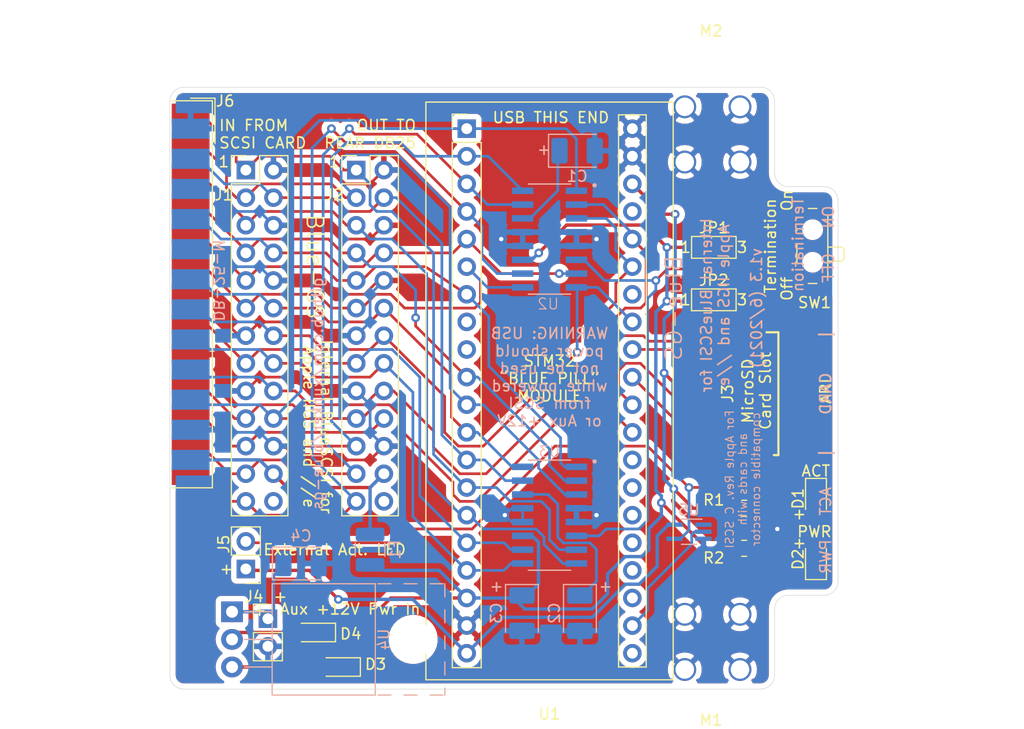
<source format=kicad_pcb>
(kicad_pcb (version 20171130) (host pcbnew "(5.1.8-0-10_14)")
  (layers (0 F.Cu signal) (31 B.Cu signal) (34 B.Paste user) (35 F.Paste user) (36 B.SilkS user) (37 F.SilkS user) (38 B.Mask user) (39 F.Mask user) (44 Edge.Cuts user))
  (net 0 "")
  (net 1 "Net-(U1-Pad37)")
  (net 2 "Net-(U1-Pad34)")
  (net 3 "Net-(U1-Pad8)")
  (net 4 "Net-(U1-Pad9)")
  (net 5 "Net-(U1-Pad28)")
  (net 6 "Net-(U1-Pad25)")
  (net 7 "Net-(U1-Pad24)")
  (net 8 "Net-(U1-Pad23)")
  (net 9 "Net-(U1-Pad21)")
  (net 10 "Net-(J1-Pad26)")
  (net 11 "Net-(J2-Pad26)")
  (net 12 +5V)
  (net 13 GND)
  (net 14 /SCSI_DB4)
  (net 15 /SCSI_DB2)
  (net 16 /SCSI_DB1)
  (net 17 /SCSI_DBP)
  (net 18 /SCSI_SEL)
  (net 19 /SCSI_ATN)
  (net 20 /SCSI_C_D)
  (net 21 /SCSI_DB7)
  (net 22 /SCSI_DB6)
  (net 23 /SCSI_DB5)
  (net 24 /SCSI_DB3)
  (net 25 /SCSI_DB0)
  (net 26 /SCSI_BSY)
  (net 27 /SCSI_ACK)
  (net 28 /SCSI_RST)
  (net 29 /SCSI_I_O)
  (net 30 /SCSI_MSG)
  (net 31 /SCSI_REQ)
  (net 32 /SD_MISO)
  (net 33 /SD_CSK)
  (net 34 +3V3)
  (net 35 /SD_MOSI)
  (net 36 /SD_CS)
  (net 37 "Net-(J3-Pad8)")
  (net 38 "Net-(J3-Pad1)")
  (net 39 "Net-(D2-Pad2)")
  (net 40 "Net-(C1-Pad1)")
  (net 41 "Net-(C2-Pad1)")
  (net 42 /TERM_DISC)
  (net 43 "Net-(D1-Pad1)")
  (net 44 /DEBUG_RX)
  (net 45 /DEBUG_TX)
  (net 46 "Net-(D4-Pad2)")
  (net 47 /+12V_AUX)
  (net 48 /TERM_EN)
  (net 49 /TERM_DIS)
  (net 50 /DISK_ACT)
  (net 51 /REG_OUT)
  (net 52 /SCSI_TERMPWR)
  (net 53 "Net-(D1-Pad2)")
  (net 54 "Net-(U5-Pad1)")
  (module Connector_Dsub:DSUB-25_Male_EdgeMount_P2.77mm (layer F.Cu) (at 127 66.04 270)
    (fp_text reference J6 (at -17.78 -3.175 180) (layer F.SilkS))
    (fp_text value DB25_Male)
    (pad 1 smd rect (at -16.62 0 270) (size 1.846667 3.48) (layers F.Cu F.Paste F.Mask) (net 31 /SCSI_REQ))
    (pad 2 smd rect (at -13.85 0 270) (size 1.846667 3.48) (layers F.Cu F.Paste F.Mask) (net 30 /SCSI_MSG))
    (pad 3 smd rect (at -11.08 0 270) (size 1.846667 3.48) (layers F.Cu F.Paste F.Mask) (net 29 /SCSI_I_O))
    (pad 4 smd rect (at -8.31 0 270) (size 1.846667 3.48) (layers F.Cu F.Paste F.Mask) (net 28 /SCSI_RST))
    (pad 5 smd rect (at -5.54 0 270) (size 1.846667 3.48) (layers F.Cu F.Paste F.Mask) (net 27 /SCSI_ACK))
    (pad 6 smd rect (at -2.77 0 270) (size 1.846667 3.48) (layers F.Cu F.Paste F.Mask) (net 26 /SCSI_BSY))
    (pad 7 smd rect (at 0 0 270) (size 1.846667 3.48) (layers F.Cu F.Paste F.Mask) (net 13 GND))
    (pad 8 smd rect (at 2.77 0 270) (size 1.846667 3.48) (layers F.Cu F.Paste F.Mask) (net 25 /SCSI_DB0))
    (pad 9 smd rect (at 5.54 0 270) (size 1.846667 3.48) (layers F.Cu F.Paste F.Mask) (net 13 GND))
    (pad 10 smd rect (at 8.31 0 270) (size 1.846667 3.48) (layers F.Cu F.Paste F.Mask) (net 24 /SCSI_DB3))
    (pad 11 smd rect (at 11.08 0 270) (size 1.846667 3.48) (layers F.Cu F.Paste F.Mask) (net 23 /SCSI_DB5))
    (pad 12 smd rect (at 13.85 0 270) (size 1.846667 3.48) (layers F.Cu F.Paste F.Mask) (net 22 /SCSI_DB6))
    (pad 13 smd rect (at 16.62 0 270) (size 1.846667 3.48) (layers F.Cu F.Paste F.Mask) (net 21 /SCSI_DB7))
    (pad 14 smd rect (at -15.235 0 270) (size 1.846667 3.48) (layers B.Cu B.Paste B.Mask) (net 13 GND))
    (pad 15 smd rect (at -12.465 0 270) (size 1.846667 3.48) (layers B.Cu B.Paste B.Mask) (net 20 /SCSI_C_D))
    (pad 16 smd rect (at -9.695 0 270) (size 1.846667 3.48) (layers B.Cu B.Paste B.Mask) (net 13 GND))
    (pad 17 smd rect (at -6.925 0 270) (size 1.846667 3.48) (layers B.Cu B.Paste B.Mask) (net 19 /SCSI_ATN))
    (pad 18 smd rect (at -4.155 0 270) (size 1.846667 3.48) (layers B.Cu B.Paste B.Mask) (net 13 GND))
    (pad 19 smd rect (at -1.385 0 270) (size 1.846667 3.48) (layers B.Cu B.Paste B.Mask) (net 18 /SCSI_SEL))
    (pad 20 smd rect (at 1.385 0 270) (size 1.846667 3.48) (layers B.Cu B.Paste B.Mask) (net 17 /SCSI_DBP))
    (pad 21 smd rect (at 4.155 0 270) (size 1.846667 3.48) (layers B.Cu B.Paste B.Mask) (net 16 /SCSI_DB1))
    (pad 22 smd rect (at 6.925 0 270) (size 1.846667 3.48) (layers B.Cu B.Paste B.Mask) (net 15 /SCSI_DB2))
    (pad 23 smd rect (at 9.695 0 270) (size 1.846667 3.48) (layers B.Cu B.Paste B.Mask) (net 14 /SCSI_DB4))
    (pad 24 smd rect (at 12.465 0 270) (size 1.846667 3.48) (layers B.Cu B.Paste B.Mask) (net 13 GND))
    (pad 25 smd rect (at 15.235 0 270) (size 1.846667 3.48) (layers B.Cu B.Paste B.Mask) (net 52 /SCSI_TERMPWR))
  )
  (module Package_TO_SOT_SMD:SOT-353_SC-70-5_Handsoldering (layer B.Cu) (at 172.847 87.884 180)
    (fp_text reference U5 (at 0 2) (layer B.SilkS) (effects (justify mirror)))
    (fp_text value NL17SZ07DFT2G)
    (pad 5 smd rect (at 1.33 0.65 180) (size 1.5 0.4) (layers B.Cu B.Paste B.Mask) (net 34 +3V3))
    (pad 4 smd rect (at 1.33 -0.65 180) (size 1.5 0.4) (layers B.Cu B.Paste B.Mask) (net 43 "Net-(D1-Pad1)"))
    (pad 3 smd rect (at -1.33 -0.65 180) (size 1.5 0.4) (layers B.Cu B.Paste B.Mask) (net 13 GND))
    (pad 2 smd rect (at -1.33 0 180) (size 1.5 0.4) (layers B.Cu B.Paste B.Mask) (net 50 /DISK_ACT))
    (pad 1 smd rect (at -1.33 0.65 180) (size 1.5 0.4) (layers B.Cu B.Paste B.Mask) (net 54 "Net-(U5-Pad1)"))
  )
  (module Package_TO_SOT_THT:TO-220-3_Horizontal_TabUp (layer B.Cu) (at 130.81 95.25 270)
    (fp_text reference U4 (at 2.54 -13.97 90) (layer B.SilkS) (effects (justify mirror)))
    (fp_text value MC7805CT-BP)
    (pad 3 thru_hole oval (at 5.08 0 270) (size 1.905 2) (drill 1.1) (layers *.Cu *.Mask) (net 51 /REG_OUT))
    (pad 2 thru_hole oval (at 2.54 0 270) (size 1.905 2) (drill 1.1) (layers *.Cu *.Mask) (net 46 "Net-(D4-Pad2)"))
    (pad 1 thru_hole rect (at 0 0 270) (size 1.905 2) (drill 1.1) (layers *.Cu *.Mask) (net 47 /+12V_AUX))
    (pad "" np_thru_hole oval (at 2.54 -16.66 270) (size 3.5 3.5) (drill 3.5) (layers *.Cu *.Mask))
  )
  (module "my library:keystone-7774" (layer F.Cu) (at 180.721 53.871 180)
    (fp_text reference M2 (at 5.842 12.065) (layer F.SilkS))
    (fp_text value Screw_Terminal_01x01)
    (pad 1 thru_hole circle (at 8.26 5.08 180) (size 2.1 2.1) (drill 1.7) (layers *.Cu *.Mask) (net 13 GND))
    (pad 1 thru_hole circle (at 3.18 5.08 180) (size 2.1 2.1) (drill 1.7) (layers *.Cu *.Mask) (net 13 GND))
    (pad 1 thru_hole circle (at 8.26 0 180) (size 2.1 2.1) (drill 1.7) (layers *.Cu *.Mask) (net 13 GND))
    (pad 1 thru_hole circle (at 3.18 0 180) (size 2.1 2.1) (drill 1.7) (layers *.Cu *.Mask) (net 13 GND))
  )
  (module "my library:keystone-7774" (layer F.Cu) (at 180.721 100.561 180)
    (fp_text reference M1 (at 5.842 -4.649) (layer F.SilkS))
    (fp_text value Screw_Terminal_01x01)
    (pad 1 thru_hole circle (at 8.26 5.08 180) (size 2.1 2.1) (drill 1.7) (layers *.Cu *.Mask) (net 13 GND))
    (pad 1 thru_hole circle (at 3.18 5.08 180) (size 2.1 2.1) (drill 1.7) (layers *.Cu *.Mask) (net 13 GND))
    (pad 1 thru_hole circle (at 8.26 0 180) (size 2.1 2.1) (drill 1.7) (layers *.Cu *.Mask) (net 13 GND))
    (pad 1 thru_hole circle (at 3.18 0 180) (size 2.1 2.1) (drill 1.7) (layers *.Cu *.Mask) (net 13 GND))
  )
  (module Connector_PinHeader_2.54mm:PinHeader_1x02_P2.54mm_Vertical (layer F.Cu) (at 132.08 91.313 180)
    (fp_text reference J5 (at 2.032 2.286 270) (layer F.SilkS))
    (fp_text value Conn_01x02_Male)
    (pad 2 thru_hole oval (at 0 2.54 180) (size 1.7 1.7) (drill 1) (layers *.Cu *.Mask) (net 43 "Net-(D1-Pad1)"))
    (pad 1 thru_hole rect (at 0 0 180) (size 1.7 1.7) (drill 1) (layers *.Cu *.Mask) (net 34 +3V3))
  )
  (module Fuse:Fuse_1210_3225Metric (layer B.Cu) (at 143.51 89.535 90)
    (fp_text reference F1 (at 0 2.28 270) (layer B.SilkS) (effects (justify mirror)))
    (fp_text value Fuse)
    (pad 2 smd roundrect (at 1.4 0 90) (size 1.25 2.65) (layers B.Cu B.Paste B.Mask) (roundrect_rratio 0.2) (net 52 /SCSI_TERMPWR))
    (pad 1 smd roundrect (at -1.4 0 90) (size 1.25 2.65) (layers B.Cu B.Paste B.Mask) (roundrect_rratio 0.2) (net 12 +5V))
  )
  (module Jumper:SolderJumper-3_P1.3mm_Open_Pad1.0x1.5mm_NumberLabels (layer F.Cu) (at 175.133 66.548)
    (fp_text reference JP2 (at 0 -1.8) (layer F.SilkS))
    (fp_text value Jumper_3_Open)
    (fp_text user 1 (at -2.6 0) (layer F.SilkS))
    (fp_text user 3 (at 2.6 0) (layer F.SilkS))
    (pad 1 smd rect (at -1.3 0) (size 1 1.5) (layers F.Cu F.Mask) (net 12 +5V))
    (pad 2 smd rect (at 0 0) (size 1 1.5) (layers F.Cu F.Mask) (net 49 /TERM_DIS))
    (pad 3 smd rect (at 1.3 0) (size 1 1.5) (layers F.Cu F.Mask) (net 13 GND))
  )
  (module Jumper:SolderJumper-3_P1.3mm_Open_Pad1.0x1.5mm_NumberLabels (layer F.Cu) (at 175.133 61.722)
    (fp_text reference JP1 (at 0 -1.8) (layer F.SilkS))
    (fp_text value Jumper_3_Open)
    (fp_text user 1 (at -2.6 0) (layer F.SilkS))
    (fp_text user 3 (at 2.6 0) (layer F.SilkS))
    (pad 1 smd rect (at -1.3 0) (size 1 1.5) (layers F.Cu F.Mask) (net 12 +5V))
    (pad 2 smd rect (at 0 0) (size 1 1.5) (layers F.Cu F.Mask) (net 48 /TERM_EN))
    (pad 3 smd rect (at 1.3 0) (size 1 1.5) (layers F.Cu F.Mask) (net 13 GND))
  )
  (module "Molex 105162-0001:105162-0001" (layer F.Cu) (at 174.625 75.184 90)
    (fp_text reference J3 (at 0 1.778 90) (layer F.SilkS))
    (fp_text value 105162-0001)
    (pad 1 smd rect (at 3.55 7.34 90) (size 0.5 1) (layers F.Cu F.Paste F.Mask) (net 38 "Net-(J3-Pad1)"))
    (pad 2 smd rect (at 2.45 7.34 90) (size 0.5 1) (layers F.Cu F.Paste F.Mask) (net 36 /SD_CS))
    (pad 3 smd rect (at 1.35 7.34 90) (size 0.5 1) (layers F.Cu F.Paste F.Mask) (net 35 /SD_MOSI))
    (pad 4 smd rect (at 0.25 7.34 90) (size 0.5 1) (layers F.Cu F.Paste F.Mask) (net 34 +3V3))
    (pad 5 smd rect (at -0.85 7.34 90) (size 0.5 1) (layers F.Cu F.Paste F.Mask) (net 33 /SD_CSK))
    (pad 6 smd rect (at -1.95 7.34 90) (size 0.5 1) (layers F.Cu F.Paste F.Mask) (net 13 GND))
    (pad 7 smd rect (at -3.05 7.34 90) (size 0.5 1) (layers F.Cu F.Paste F.Mask) (net 32 /SD_MISO))
    (pad 8 smd rect (at -4.15 7.34 90) (size 0.5 1) (layers F.Cu F.Paste F.Mask) (net 37 "Net-(J3-Pad8)"))
    (pad 9 smd rect (at 5.31 4.66 90) (size 0.72 0.78) (layers F.Cu F.Paste F.Mask) (net 13 GND))
    (pad 10 smd rect (at 5.325 3.39 90) (size 1.05 1.08) (layers F.Cu F.Paste F.Mask) (net 13 GND))
    (pad 11 smd rect (at 5.325 0.78 90) (size 1.05 1.2) (layers F.Cu F.Paste F.Mask) (net 13 GND))
    (pad 12 smd rect (at -5.325 1.35 90) (size 1.05 1.2) (layers F.Cu F.Paste F.Mask) (net 13 GND))
    (pad 13 smd rect (at -5.325 4.535 90) (size 1.05 2.39) (layers F.Cu F.Paste F.Mask) (net 13 GND))
    (pad 14 smd rect (at 1.986 0.105 90) (size 2.91 0.55) (layers F.Cu F.Paste F.Mask))
    (pad 15 smd rect (at -2.204 0.105 90) (size 2.91 0.55) (layers F.Cu F.Paste F.Mask))
  )
  (module Diode_SMD:D_SOD-323_HandSoldering (layer F.Cu) (at 138.43 97.155 180)
    (fp_text reference D4 (at -3.302 -0.127) (layer F.SilkS))
    (fp_text value 1N4001)
    (pad 2 smd rect (at 1.25 0 180) (size 1 1) (layers F.Cu F.Paste F.Mask) (net 46 "Net-(D4-Pad2)"))
    (pad 1 smd rect (at -1.25 0 180) (size 1 1) (layers F.Cu F.Paste F.Mask) (net 13 GND))
  )
  (module Diode_SMD:D_SOD-323_HandSoldering (layer F.Cu) (at 140.716 100.33 180)
    (fp_text reference D3 (at -3.302 0.254) (layer F.SilkS))
    (fp_text value 1N4001)
    (pad 2 smd rect (at 1.25 0 180) (size 1 1) (layers F.Cu F.Paste F.Mask) (net 51 /REG_OUT))
    (pad 1 smd rect (at -1.25 0 180) (size 1 1) (layers F.Cu F.Paste F.Mask) (net 12 +5V))
  )
  (module Connector_PinHeader_2.54mm:PinHeader_1x02_P2.54mm_Vertical (layer F.Cu) (at 134.112 95.885)
    (fp_text reference J4 (at -1.27 -2.032 180) (layer F.SilkS))
    (fp_text value Conn_01x02_Male)
    (pad 2 thru_hole oval (at 0 2.54) (size 1.7 1.7) (drill 1) (layers *.Cu *.Mask) (net 13 GND))
    (pad 1 thru_hole rect (at 0 0) (size 1.7 1.7) (drill 1) (layers *.Cu *.Mask) (net 47 /+12V_AUX))
  )
  (module Capacitor_Tantalum_SMD:CP_EIA-3528-21_Kemet-B_Pad1.50x2.35mm_HandSolder (layer B.Cu) (at 137.16 90.805)
    (fp_text reference C4 (at 0 -2.54 180) (layer B.SilkS) (effects (justify mirror)))
    (fp_text value 10uF)
    (pad 2 smd roundrect (at 1.625 0) (size 1.5 2.35) (layers B.Cu B.Paste B.Mask) (roundrect_rratio 0.1666666666666667) (net 13 GND))
    (pad 1 smd roundrect (at -1.625 0) (size 1.5 2.35) (layers B.Cu B.Paste B.Mask) (roundrect_rratio 0.1666666666666667) (net 47 /+12V_AUX))
  )
  (module Button_Switch_SMD:SW_SPDT_PCM12 (layer F.Cu) (at 183.896 61.595 90)
    (fp_text reference SW1 (at -5.207 0.508) (layer F.SilkS))
    (fp_text value SW_SPDT)
    (pad "" np_thru_hole circle (at -1.5 0.33 90) (size 0.9 0.9) (drill 0.9) (layers *.Cu *.Mask))
    (pad "" np_thru_hole circle (at 1.5 0.33 90) (size 0.9 0.9) (drill 0.9) (layers *.Cu *.Mask))
    (pad 1 smd rect (at -2.25 -1.43 90) (size 0.7 1.5) (layers F.Cu F.Paste F.Mask) (net 49 /TERM_DIS))
    (pad 2 smd rect (at 0.75 -1.43 90) (size 0.7 1.5) (layers F.Cu F.Paste F.Mask) (net 42 /TERM_DISC))
    (pad 3 smd rect (at 2.25 -1.43 90) (size 0.7 1.5) (layers F.Cu F.Paste F.Mask) (net 48 /TERM_EN))
    (pad "" smd rect (at -3.65 1.43 90) (size 1 0.8) (layers F.Cu F.Paste F.Mask))
    (pad "" smd rect (at 3.65 1.43 90) (size 1 0.8) (layers F.Cu F.Paste F.Mask))
    (pad "" smd rect (at 3.65 -0.78 90) (size 1 0.8) (layers F.Cu F.Paste F.Mask))
    (pad "" smd rect (at -3.65 -0.78 90) (size 1 0.8) (layers F.Cu F.Paste F.Mask))
  )
  (module Capacitor_Tantalum_SMD:CP_EIA-3528-21_Kemet-B_Pad1.50x2.35mm_HandSolder (layer B.Cu) (at 157.48 95.377 270)
    (fp_text reference C3 (at 0 2.35 90) (layer B.SilkS) (effects (justify mirror)))
    (fp_text value "4.7uF, 6.3v")
    (pad 2 smd roundrect (at 1.625 0 270) (size 1.5 2.35) (layers B.Cu B.Paste B.Mask) (roundrect_rratio 0.1666666666666667) (net 13 GND))
    (pad 1 smd roundrect (at -1.625 0 270) (size 1.5 2.35) (layers B.Cu B.Paste B.Mask) (roundrect_rratio 0.1666666666666667) (net 12 +5V))
  )
  (module Capacitor_Tantalum_SMD:CP_EIA-3528-21_Kemet-B_Pad1.50x2.35mm_HandSolder (layer B.Cu) (at 162.814 95.377 270)
    (fp_text reference C2 (at 0 2.35 90) (layer B.SilkS) (effects (justify mirror)))
    (fp_text value "4.7uF, 6.3v")
    (pad 2 smd roundrect (at 1.625 0 270) (size 1.5 2.35) (layers B.Cu B.Paste B.Mask) (roundrect_rratio 0.1666666666666667) (net 13 GND))
    (pad 1 smd roundrect (at -1.625 0 270) (size 1.5 2.35) (layers B.Cu B.Paste B.Mask) (roundrect_rratio 0.1666666666666667) (net 41 "Net-(C2-Pad1)"))
  )
  (module Capacitor_Tantalum_SMD:CP_EIA-3528-21_Kemet-B_Pad1.50x2.35mm_HandSolder (layer B.Cu) (at 162.56 52.832)
    (fp_text reference C1 (at 0 2.35) (layer B.SilkS) (effects (justify mirror)))
    (fp_text value "4.7uF, 6.3v")
    (pad 2 smd roundrect (at 1.625 0) (size 1.5 2.35) (layers B.Cu B.Paste B.Mask) (roundrect_rratio 0.1666666666666667) (net 13 GND))
    (pad 1 smd roundrect (at -1.625 0) (size 1.5 2.35) (layers B.Cu B.Paste B.Mask) (roundrect_rratio 0.1666666666666667) (net 40 "Net-(C1-Pad1)"))
  )
  (module LED_SMD:LED_0805_2012Metric_Pad1.15x1.40mm_HandSolder (layer F.Cu) (at 184.531 90.424 90)
    (fp_text reference D2 (at 0 -1.65 90) (layer F.SilkS))
    (fp_text value LED)
    (pad 2 smd roundrect (at 1.025 0 90) (size 1.15 1.4) (layers F.Cu F.Paste F.Mask) (roundrect_rratio 0.2173904347826087) (net 39 "Net-(D2-Pad2)"))
    (pad 1 smd roundrect (at -1.025 0 90) (size 1.15 1.4) (layers F.Cu F.Paste F.Mask) (roundrect_rratio 0.2173904347826087) (net 13 GND))
  )
  (module LED_SMD:LED_0805_2012Metric_Pad1.15x1.40mm_HandSolder (layer F.Cu) (at 184.531 84.836 270)
    (fp_text reference D1 (at 0 1.651 90) (layer F.SilkS))
    (fp_text value LED)
    (pad 2 smd roundrect (at 1.025 0 270) (size 1.15 1.4) (layers F.Cu F.Paste F.Mask) (roundrect_rratio 0.2173904347826087) (net 53 "Net-(D1-Pad2)"))
    (pad 1 smd roundrect (at -1.025 0 270) (size 1.15 1.4) (layers F.Cu F.Paste F.Mask) (roundrect_rratio 0.2173904347826087) (net 43 "Net-(D1-Pad1)"))
  )
  (module Resistor_SMD:R_0805_2012Metric_Pad1.20x1.40mm_HandSolder (layer F.Cu) (at 177.927 89.408 180)
    (fp_text reference R2 (at 2.794 -0.889) (layer F.SilkS))
    (fp_text value 1K)
    (pad 2 smd roundrect (at 1 0 180) (size 1.2 1.4) (layers F.Cu F.Paste F.Mask) (roundrect_rratio 0.2083325) (net 12 +5V))
    (pad 1 smd roundrect (at -1 0 180) (size 1.2 1.4) (layers F.Cu F.Paste F.Mask) (roundrect_rratio 0.2083325) (net 39 "Net-(D2-Pad2)"))
  )
  (module Resistor_SMD:R_0805_2012Metric_Pad1.20x1.40mm_HandSolder (layer F.Cu) (at 177.927 85.725)
    (fp_text reference R1 (at -2.794 -0.762) (layer F.SilkS))
    (fp_text value 470)
    (pad 2 smd roundrect (at 1 0) (size 1.2 1.4) (layers F.Cu F.Paste F.Mask) (roundrect_rratio 0.2083325) (net 53 "Net-(D1-Pad2)"))
    (pad 1 smd roundrect (at -1 0) (size 1.2 1.4) (layers F.Cu F.Paste F.Mask) (roundrect_rratio 0.2083325) (net 34 +3V3))
  )
  (module Connector_PinHeader_2.54mm:PinHeader_2x13_P2.54mm_Vertical (layer F.Cu) (at 142.24 54.61)
    (fp_text reference J2 (at -2.032 2.286) (layer F.SilkS))
    (fp_text value Conn_02x13_Odd_Even)
    (pad 26 thru_hole oval (at 2.54 30.48) (size 1.7 1.7) (drill 1) (layers *.Cu *.Mask) (net 11 "Net-(J2-Pad26)"))
    (pad 25 thru_hole oval (at 0 30.48) (size 1.7 1.7) (drill 1) (layers *.Cu *.Mask) (net 21 /SCSI_DB7))
    (pad 24 thru_hole oval (at 2.54 27.94) (size 1.7 1.7) (drill 1) (layers *.Cu *.Mask) (net 52 /SCSI_TERMPWR))
    (pad 23 thru_hole oval (at 0 27.94) (size 1.7 1.7) (drill 1) (layers *.Cu *.Mask) (net 22 /SCSI_DB6))
    (pad 22 thru_hole oval (at 2.54 25.4) (size 1.7 1.7) (drill 1) (layers *.Cu *.Mask) (net 13 GND))
    (pad 21 thru_hole oval (at 0 25.4) (size 1.7 1.7) (drill 1) (layers *.Cu *.Mask) (net 23 /SCSI_DB5))
    (pad 20 thru_hole oval (at 2.54 22.86) (size 1.7 1.7) (drill 1) (layers *.Cu *.Mask) (net 14 /SCSI_DB4))
    (pad 19 thru_hole oval (at 0 22.86) (size 1.7 1.7) (drill 1) (layers *.Cu *.Mask) (net 24 /SCSI_DB3))
    (pad 18 thru_hole oval (at 2.54 20.32) (size 1.7 1.7) (drill 1) (layers *.Cu *.Mask) (net 15 /SCSI_DB2))
    (pad 17 thru_hole oval (at 0 20.32) (size 1.7 1.7) (drill 1) (layers *.Cu *.Mask) (net 13 GND))
    (pad 16 thru_hole oval (at 2.54 17.78) (size 1.7 1.7) (drill 1) (layers *.Cu *.Mask) (net 16 /SCSI_DB1))
    (pad 15 thru_hole oval (at 0 17.78) (size 1.7 1.7) (drill 1) (layers *.Cu *.Mask) (net 25 /SCSI_DB0))
    (pad 14 thru_hole oval (at 2.54 15.24) (size 1.7 1.7) (drill 1) (layers *.Cu *.Mask) (net 17 /SCSI_DBP))
    (pad 13 thru_hole oval (at 0 15.24) (size 1.7 1.7) (drill 1) (layers *.Cu *.Mask) (net 13 GND))
    (pad 12 thru_hole oval (at 2.54 12.7) (size 1.7 1.7) (drill 1) (layers *.Cu *.Mask) (net 18 /SCSI_SEL))
    (pad 11 thru_hole oval (at 0 12.7) (size 1.7 1.7) (drill 1) (layers *.Cu *.Mask) (net 26 /SCSI_BSY))
    (pad 10 thru_hole oval (at 2.54 10.16) (size 1.7 1.7) (drill 1) (layers *.Cu *.Mask) (net 13 GND))
    (pad 9 thru_hole oval (at 0 10.16) (size 1.7 1.7) (drill 1) (layers *.Cu *.Mask) (net 27 /SCSI_ACK))
    (pad 8 thru_hole oval (at 2.54 7.62) (size 1.7 1.7) (drill 1) (layers *.Cu *.Mask) (net 19 /SCSI_ATN))
    (pad 7 thru_hole oval (at 0 7.62) (size 1.7 1.7) (drill 1) (layers *.Cu *.Mask) (net 28 /SCSI_RST))
    (pad 6 thru_hole oval (at 2.54 5.08) (size 1.7 1.7) (drill 1) (layers *.Cu *.Mask) (net 13 GND))
    (pad 5 thru_hole oval (at 0 5.08) (size 1.7 1.7) (drill 1) (layers *.Cu *.Mask) (net 29 /SCSI_I_O))
    (pad 4 thru_hole oval (at 2.54 2.54) (size 1.7 1.7) (drill 1) (layers *.Cu *.Mask) (net 20 /SCSI_C_D))
    (pad 3 thru_hole oval (at 0 2.54) (size 1.7 1.7) (drill 1) (layers *.Cu *.Mask) (net 30 /SCSI_MSG))
    (pad 2 thru_hole oval (at 2.54 0) (size 1.7 1.7) (drill 1) (layers *.Cu *.Mask) (net 13 GND))
    (pad 1 thru_hole rect (at 0 0) (size 1.7 1.7) (drill 1) (layers *.Cu *.Mask) (net 31 /SCSI_REQ))
  )
  (module "my library:YAAJ_BluePill_2" (layer F.Cu) (at 152.4 50.8)
    (fp_text reference U1 (at 7.62 53.848) (layer F.SilkS))
    (fp_text value YAAJ_BluePill hide)
    (pad 40 thru_hole circle (at 15.24 0) (size 1.7 1.7) (drill 1) (layers *.Cu *.Mask) (net 13 GND))
    (pad 1 thru_hole rect (at 0 0) (size 1.7 1.7) (drill 1) (layers *.Cu *.Mask) (net 14 /SCSI_DB4))
    (pad 39 thru_hole circle (at 15.24 2.54) (size 1.7 1.7) (drill 1) (layers *.Cu *.Mask) (net 13 GND))
    (pad 2 thru_hole circle (at 0 2.54) (size 1.7 1.7) (drill 1) (layers *.Cu *.Mask) (net 23 /SCSI_DB5))
    (pad 38 thru_hole circle (at 15.24 5.08) (size 1.7 1.7) (drill 1) (layers *.Cu *.Mask) (net 34 +3V3))
    (pad 3 thru_hole circle (at 0 5.08) (size 1.7 1.7) (drill 1) (layers *.Cu *.Mask) (net 22 /SCSI_DB6))
    (pad 37 thru_hole circle (at 15.24 7.62) (size 1.7 1.7) (drill 1) (layers *.Cu *.Mask) (net 1 "Net-(U1-Pad37)"))
    (pad 4 thru_hole circle (at 0 7.62) (size 1.7 1.7) (drill 1) (layers *.Cu *.Mask) (net 21 /SCSI_DB7))
    (pad 36 thru_hole circle (at 15.24 10.16) (size 1.7 1.7) (drill 1) (layers *.Cu *.Mask) (net 24 /SCSI_DB3))
    (pad 5 thru_hole circle (at 0 10.16) (size 1.7 1.7) (drill 1) (layers *.Cu *.Mask) (net 19 /SCSI_ATN))
    (pad 35 thru_hole circle (at 15.24 12.7) (size 1.7 1.7) (drill 1) (layers *.Cu *.Mask) (net 15 /SCSI_DB2))
    (pad 6 thru_hole circle (at 0 12.7) (size 1.7 1.7) (drill 1) (layers *.Cu *.Mask) (net 26 /SCSI_BSY))
    (pad 34 thru_hole circle (at 15.24 15.24) (size 1.7 1.7) (drill 1) (layers *.Cu *.Mask) (net 2 "Net-(U1-Pad34)"))
    (pad 7 thru_hole circle (at 0 15.24) (size 1.7 1.7) (drill 1) (layers *.Cu *.Mask) (net 27 /SCSI_ACK))
    (pad 33 thru_hole circle (at 15.24 17.78) (size 1.7 1.7) (drill 1) (layers *.Cu *.Mask) (net 17 /SCSI_DBP))
    (pad 8 thru_hole circle (at 0 17.78) (size 1.7 1.7) (drill 1) (layers *.Cu *.Mask) (net 3 "Net-(U1-Pad8)"))
    (pad 32 thru_hole circle (at 15.24 20.32) (size 1.7 1.7) (drill 1) (layers *.Cu *.Mask) (net 35 /SD_MOSI))
    (pad 9 thru_hole circle (at 0 20.32) (size 1.7 1.7) (drill 1) (layers *.Cu *.Mask) (net 4 "Net-(U1-Pad9)"))
    (pad 31 thru_hole circle (at 15.24 22.86) (size 1.7 1.7) (drill 1) (layers *.Cu *.Mask) (net 32 /SD_MISO))
    (pad 10 thru_hole circle (at 0 22.86) (size 1.7 1.7) (drill 1) (layers *.Cu *.Mask) (net 28 /SCSI_RST))
    (pad 30 thru_hole circle (at 15.24 25.4) (size 1.7 1.7) (drill 1) (layers *.Cu *.Mask) (net 33 /SD_CSK))
    (pad 11 thru_hole circle (at 0 25.4) (size 1.7 1.7) (drill 1) (layers *.Cu *.Mask) (net 30 /SCSI_MSG))
    (pad 29 thru_hole circle (at 15.24 27.94) (size 1.7 1.7) (drill 1) (layers *.Cu *.Mask) (net 36 /SD_CS))
    (pad 12 thru_hole circle (at 0 27.94) (size 1.7 1.7) (drill 1) (layers *.Cu *.Mask) (net 18 /SCSI_SEL))
    (pad 28 thru_hole circle (at 15.24 30.48) (size 1.7 1.7) (drill 1) (layers *.Cu *.Mask) (net 5 "Net-(U1-Pad28)"))
    (pad 13 thru_hole circle (at 0 30.48) (size 1.7 1.7) (drill 1) (layers *.Cu *.Mask) (net 20 /SCSI_C_D))
    (pad 27 thru_hole circle (at 15.24 33.02) (size 1.7 1.7) (drill 1) (layers *.Cu *.Mask) (net 44 /DEBUG_RX))
    (pad 14 thru_hole circle (at 0 33.02) (size 1.7 1.7) (drill 1) (layers *.Cu *.Mask) (net 31 /SCSI_REQ))
    (pad 26 thru_hole circle (at 15.24 35.56) (size 1.7 1.7) (drill 1) (layers *.Cu *.Mask) (net 45 /DEBUG_TX))
    (pad 15 thru_hole circle (at 0 35.56) (size 1.7 1.7) (drill 1) (layers *.Cu *.Mask) (net 29 /SCSI_I_O))
    (pad 25 thru_hole circle (at 15.24 38.1) (size 1.7 1.7) (drill 1) (layers *.Cu *.Mask) (net 6 "Net-(U1-Pad25)"))
    (pad 16 thru_hole circle (at 0 38.1) (size 1.7 1.7) (drill 1) (layers *.Cu *.Mask) (net 25 /SCSI_DB0))
    (pad 24 thru_hole circle (at 15.24 40.64) (size 1.7 1.7) (drill 1) (layers *.Cu *.Mask) (net 7 "Net-(U1-Pad24)"))
    (pad 17 thru_hole circle (at 0 40.64) (size 1.7 1.7) (drill 1) (layers *.Cu *.Mask) (net 16 /SCSI_DB1))
    (pad 23 thru_hole circle (at 15.24 43.18) (size 1.7 1.7) (drill 1) (layers *.Cu *.Mask) (net 8 "Net-(U1-Pad23)"))
    (pad 18 thru_hole circle (at 0 43.18) (size 1.7 1.7) (drill 1) (layers *.Cu *.Mask) (net 12 +5V))
    (pad 22 thru_hole circle (at 15.24 45.72) (size 1.7 1.7) (drill 1) (layers *.Cu *.Mask) (net 50 /DISK_ACT))
    (pad 19 thru_hole circle (at 0 45.72) (size 1.7 1.7) (drill 1) (layers *.Cu *.Mask) (net 13 GND))
    (pad 21 thru_hole circle (at 15.24 48.26) (size 1.7 1.7) (drill 1) (layers *.Cu *.Mask) (net 9 "Net-(U1-Pad21)"))
    (pad 20 thru_hole circle (at 0 48.26) (size 1.7 1.7) (drill 1) (layers *.Cu *.Mask) (net 34 +3V3))
  )
  (module "my library:SOIC127P600X175-16N" (layer B.Cu) (at 160.02 86.36 180)
    (fp_text reference U3 (at 0 5.842) (layer B.SilkS) (effects (font (thickness 0.1)) (justify mirror)))
    (fp_text value "UC560x, UCC56xx")
    (pad 1 smd rect (at -2.475 4.445 180) (size 1.97 0.6) (layers B.Cu B.Paste B.Mask) (net 27 /SCSI_ACK))
    (pad 2 smd rect (at -2.475 3.175 180) (size 1.97 0.6) (layers B.Cu B.Paste B.Mask) (net 28 /SCSI_RST))
    (pad 3 smd rect (at -2.475 1.905 180) (size 1.97 0.6) (layers B.Cu B.Paste B.Mask) (net 30 /SCSI_MSG))
    (pad 4 smd rect (at -2.475 0.635 180) (size 1.97 0.6) (layers B.Cu B.Paste B.Mask) (net 13 GND))
    (pad 5 smd rect (at -2.475 -0.635 180) (size 1.97 0.6) (layers B.Cu B.Paste B.Mask) (net 13 GND))
    (pad 6 smd rect (at -2.475 -1.905 180) (size 1.97 0.6) (layers B.Cu B.Paste B.Mask) (net 42 /TERM_DISC))
    (pad 7 smd rect (at -2.475 -3.175 180) (size 1.97 0.6) (layers B.Cu B.Paste B.Mask) (net 31 /SCSI_REQ))
    (pad 8 smd rect (at -2.475 -4.445 180) (size 1.97 0.6) (layers B.Cu B.Paste B.Mask) (net 29 /SCSI_I_O))
    (pad 9 smd rect (at 2.475 -4.445 180) (size 1.97 0.6) (layers B.Cu B.Paste B.Mask) (net 16 /SCSI_DB1))
    (pad 10 smd rect (at 2.475 -3.175 180) (size 1.97 0.6) (layers B.Cu B.Paste B.Mask) (net 25 /SCSI_DB0))
    (pad 11 smd rect (at 2.475 -1.905 180) (size 1.97 0.6) (layers B.Cu B.Paste B.Mask) (net 12 +5V))
    (pad 12 smd rect (at 2.475 -0.635 180) (size 1.97 0.6) (layers B.Cu B.Paste B.Mask) (net 13 GND))
    (pad 13 smd rect (at 2.475 0.635 180) (size 1.97 0.6) (layers B.Cu B.Paste B.Mask) (net 13 GND))
    (pad 14 smd rect (at 2.475 1.905 180) (size 1.97 0.6) (layers B.Cu B.Paste B.Mask) (net 41 "Net-(C2-Pad1)"))
    (pad 15 smd rect (at 2.475 3.175 180) (size 1.97 0.6) (layers B.Cu B.Paste B.Mask) (net 20 /SCSI_C_D))
    (pad 16 smd rect (at 2.475 4.445 180) (size 1.97 0.6) (layers B.Cu B.Paste B.Mask) (net 18 /SCSI_SEL))
  )
  (module "my library:SOIC127P600X175-16N" (layer B.Cu) (at 160.02 60.96 180)
    (fp_text reference U2 (at 0.127 -5.969) (layer B.SilkS) (effects (font (thickness 0.1)) (justify mirror)))
    (fp_text value "UC560x, UCC56xx")
    (pad 1 smd rect (at -2.475 4.445 180) (size 1.97 0.6) (layers B.Cu B.Paste B.Mask) (net 14 /SCSI_DB4))
    (pad 2 smd rect (at -2.475 3.175 180) (size 1.97 0.6) (layers B.Cu B.Paste B.Mask) (net 24 /SCSI_DB3))
    (pad 3 smd rect (at -2.475 1.905 180) (size 1.97 0.6) (layers B.Cu B.Paste B.Mask) (net 15 /SCSI_DB2))
    (pad 4 smd rect (at -2.475 0.635 180) (size 1.97 0.6) (layers B.Cu B.Paste B.Mask) (net 13 GND))
    (pad 5 smd rect (at -2.475 -0.635 180) (size 1.97 0.6) (layers B.Cu B.Paste B.Mask) (net 13 GND))
    (pad 6 smd rect (at -2.475 -1.905 180) (size 1.97 0.6) (layers B.Cu B.Paste B.Mask) (net 42 /TERM_DISC))
    (pad 7 smd rect (at -2.475 -3.175 180) (size 1.97 0.6) (layers B.Cu B.Paste B.Mask) (net 19 /SCSI_ATN))
    (pad 8 smd rect (at -2.475 -4.445 180) (size 1.97 0.6) (layers B.Cu B.Paste B.Mask) (net 17 /SCSI_DBP))
    (pad 9 smd rect (at 2.475 -4.445 180) (size 1.97 0.6) (layers B.Cu B.Paste B.Mask) (net 26 /SCSI_BSY))
    (pad 10 smd rect (at 2.475 -3.175 180) (size 1.97 0.6) (layers B.Cu B.Paste B.Mask) (net 21 /SCSI_DB7))
    (pad 11 smd rect (at 2.475 -1.905 180) (size 1.97 0.6) (layers B.Cu B.Paste B.Mask) (net 12 +5V))
    (pad 12 smd rect (at 2.475 -0.635 180) (size 1.97 0.6) (layers B.Cu B.Paste B.Mask) (net 13 GND))
    (pad 13 smd rect (at 2.475 0.635 180) (size 1.97 0.6) (layers B.Cu B.Paste B.Mask) (net 13 GND))
    (pad 14 smd rect (at 2.475 1.905 180) (size 1.97 0.6) (layers B.Cu B.Paste B.Mask) (net 40 "Net-(C1-Pad1)"))
    (pad 15 smd rect (at 2.475 3.175 180) (size 1.97 0.6) (layers B.Cu B.Paste B.Mask) (net 22 /SCSI_DB6))
    (pad 16 smd rect (at 2.475 4.445 180) (size 1.97 0.6) (layers B.Cu B.Paste B.Mask) (net 23 /SCSI_DB5))
  )
  (module Connector_PinHeader_2.54mm:PinHeader_2x13_P2.54mm_Vertical (layer F.Cu) (at 132.08 54.61)
    (fp_text reference J1 (at -2.032 2.286) (layer F.SilkS))
    (fp_text value Conn_02x13_Odd_Even)
    (pad 26 thru_hole oval (at 2.54 30.48) (size 1.7 1.7) (drill 1) (layers *.Cu *.Mask) (net 10 "Net-(J1-Pad26)"))
    (pad 25 thru_hole oval (at 0 30.48) (size 1.7 1.7) (drill 1) (layers *.Cu *.Mask) (net 21 /SCSI_DB7))
    (pad 24 thru_hole oval (at 2.54 27.94) (size 1.7 1.7) (drill 1) (layers *.Cu *.Mask) (net 52 /SCSI_TERMPWR))
    (pad 23 thru_hole oval (at 0 27.94) (size 1.7 1.7) (drill 1) (layers *.Cu *.Mask) (net 22 /SCSI_DB6))
    (pad 22 thru_hole oval (at 2.54 25.4) (size 1.7 1.7) (drill 1) (layers *.Cu *.Mask) (net 13 GND))
    (pad 21 thru_hole oval (at 0 25.4) (size 1.7 1.7) (drill 1) (layers *.Cu *.Mask) (net 23 /SCSI_DB5))
    (pad 20 thru_hole oval (at 2.54 22.86) (size 1.7 1.7) (drill 1) (layers *.Cu *.Mask) (net 14 /SCSI_DB4))
    (pad 19 thru_hole oval (at 0 22.86) (size 1.7 1.7) (drill 1) (layers *.Cu *.Mask) (net 24 /SCSI_DB3))
    (pad 18 thru_hole oval (at 2.54 20.32) (size 1.7 1.7) (drill 1) (layers *.Cu *.Mask) (net 15 /SCSI_DB2))
    (pad 17 thru_hole oval (at 0 20.32) (size 1.7 1.7) (drill 1) (layers *.Cu *.Mask) (net 13 GND))
    (pad 16 thru_hole oval (at 2.54 17.78) (size 1.7 1.7) (drill 1) (layers *.Cu *.Mask) (net 16 /SCSI_DB1))
    (pad 15 thru_hole oval (at 0 17.78) (size 1.7 1.7) (drill 1) (layers *.Cu *.Mask) (net 25 /SCSI_DB0))
    (pad 14 thru_hole oval (at 2.54 15.24) (size 1.7 1.7) (drill 1) (layers *.Cu *.Mask) (net 17 /SCSI_DBP))
    (pad 13 thru_hole oval (at 0 15.24) (size 1.7 1.7) (drill 1) (layers *.Cu *.Mask) (net 13 GND))
    (pad 12 thru_hole oval (at 2.54 12.7) (size 1.7 1.7) (drill 1) (layers *.Cu *.Mask) (net 18 /SCSI_SEL))
    (pad 11 thru_hole oval (at 0 12.7) (size 1.7 1.7) (drill 1) (layers *.Cu *.Mask) (net 26 /SCSI_BSY))
    (pad 10 thru_hole oval (at 2.54 10.16) (size 1.7 1.7) (drill 1) (layers *.Cu *.Mask) (net 13 GND))
    (pad 9 thru_hole oval (at 0 10.16) (size 1.7 1.7) (drill 1) (layers *.Cu *.Mask) (net 27 /SCSI_ACK))
    (pad 8 thru_hole oval (at 2.54 7.62) (size 1.7 1.7) (drill 1) (layers *.Cu *.Mask) (net 19 /SCSI_ATN))
    (pad 7 thru_hole oval (at 0 7.62) (size 1.7 1.7) (drill 1) (layers *.Cu *.Mask) (net 28 /SCSI_RST))
    (pad 6 thru_hole oval (at 2.54 5.08) (size 1.7 1.7) (drill 1) (layers *.Cu *.Mask) (net 13 GND))
    (pad 5 thru_hole oval (at 0 5.08) (size 1.7 1.7) (drill 1) (layers *.Cu *.Mask) (net 29 /SCSI_I_O))
    (pad 4 thru_hole oval (at 2.54 2.54) (size 1.7 1.7) (drill 1) (layers *.Cu *.Mask) (net 20 /SCSI_C_D))
    (pad 3 thru_hole oval (at 0 2.54) (size 1.7 1.7) (drill 1) (layers *.Cu *.Mask) (net 30 /SCSI_MSG))
    (pad 2 thru_hole oval (at 2.54 0) (size 1.7 1.7) (drill 1) (layers *.Cu *.Mask) (net 13 GND))
    (pad 1 thru_hole rect (at 0 0) (size 1.7 1.7) (drill 1) (layers *.Cu *.Mask) (net 31 /SCSI_REQ))
  )
  (gr_text "|    CARD    |" (at 185.42 75.184 90) (layer F.SilkS) (effects (font (size 1 1))))
  (gr_text DB-25-M (at 129.54 64.77 270) (layer B.SilkS) (effects (font (size 1 1)) (justify mirror)))
  (gr_text + (at 183.007 88.9) (layer F.SilkS) (effects (font (size 1 1))))
  (gr_text + (at 183.007 86.233) (layer F.SilkS) (effects (font (size 1 1))))
  (gr_text "|    CARD    |" (at 185.42 75.184 90) (layer B.SilkS) (effects (font (size 1 1)) (justify mirror)))
  (gr_text "External Act. LED" (at 133.604 89.535) (layer F.SilkS) (effects (font (size 1 1)) (justify left)))
  (gr_text + (at 130.302 91.44 180) (layer F.SilkS) (effects (font (size 1 1))))
  (gr_text Blue-GS (at 138.43 63.5 270) (layer F.SilkS) (effects (font (size 1.5 1.5))))
  (gr_text "v1.3 (6/2021)" (at 179.07 67.31 90) (layer B.SilkS) (effects (font (size 1 1)) (justify mirror)))
  (gr_text Blue-GS (at 171.45 67.31 90) (layer B.SilkS) (effects (font (size 1.5 1.5)) (justify mirror)))
  (gr_text + (at 133.35 95.25 180) (layer F.SilkS) (effects (font (size 1 1))))
  (gr_text + (at 135.255 93.98 180) (layer F.SilkS) (effects (font (size 1 1))))
  (gr_text "Aux +12V Pwr In" (at 135.128 94.996) (layer F.SilkS) (effects (font (size 1 1)) (justify left)))
  (gr_text "Internal BlueSCSI for\nApple IIGS and //e" (at 175.26 67.056 90) (layer B.SilkS) (effects (font (size 1 1)) (justify mirror)))
  (gr_arc (start 181.991 94.996) (end 181.991 93.726) (angle -90) (layer Edge.Cuts) (width 0.05))
  (gr_arc (start 181.991 54.864) (end 180.721 54.864) (angle -90) (layer Edge.Cuts) (width 0.05))
  (gr_arc (start 185.293 57.404) (end 186.563 57.404) (angle -90) (layer Edge.Cuts) (width 0.05))
  (gr_arc (start 185.293 92.456) (end 185.293 93.726) (angle -90) (layer Edge.Cuts) (width 0.05))
  (gr_arc (start 126.365 101.092) (end 125.095 101.092) (angle -90) (layer Edge.Cuts) (width 0.05))
  (gr_arc (start 179.451 101.092) (end 179.451 102.362) (angle -90) (layer Edge.Cuts) (width 0.05))
  (gr_arc (start 179.451 48.26) (end 180.721 48.26) (angle -90) (layer Edge.Cuts) (width 0.05))
  (gr_arc (start 126.365 48.26) (end 126.365 46.99) (angle -90) (layer Edge.Cuts) (width 0.05))
  (gr_text "WARNING: USB\npower should\nnot be used\nwhile powered\nfrom SCSI\nor Aux +12V" (at 160.02 73.66) (layer B.SilkS) (effects (font (size 1 1)) (justify mirror)))
  (gr_line (start 181.991 93.726) (end 185.293 93.726) (layer Edge.Cuts) (width 0.05))
  (gr_line (start 180.721 94.996) (end 180.721 101.092) (layer Edge.Cuts) (width 0.05))
  (gr_line (start 181.991 56.134) (end 185.293 56.134) (layer Edge.Cuts) (width 0.05))
  (gr_line (start 180.721 48.26) (end 180.721 54.864) (layer Edge.Cuts) (width 0.05))
  (gr_text "For Apple Rev. C SCSI\nand cards with\ncompatible connector" (at 177.8 83.058 90) (layer B.SilkS) (effects (font (size 0.75 0.75) (thickness 0.1)) (justify mirror)))
  (gr_text "MicroSD\nCard Slot" (at 179.07 74.93 90) (layer F.SilkS) (effects (font (size 1 1))))
  (gr_text Off (at 181.864 65.532 90) (layer F.SilkS) (effects (font (size 1 1))))
  (gr_text On (at 181.864 57.404 90) (layer F.SilkS) (effects (font (size 1 1))))
  (gr_text Termination (at 180.34 61.595 90) (layer F.SilkS) (effects (font (size 1 1))))
  (gr_text PWR (at 186.055 87.884) (layer F.SilkS) (effects (font (size 1 1)) (justify right)))
  (gr_text ACT (at 185.928 82.296) (layer F.SilkS) (effects (font (size 1 1)) (justify right)))
  (gr_text github.com/xunker/blue-gs (at 138.684 75.184 90) (layer B.SilkS) (effects (font (size 1 1)) (justify mirror)))
  (gr_text "Internal BlueSCSI for\nApple IIGS and //e\n" (at 138.684 78.232 270) (layer F.SilkS) (effects (font (size 1 1))))
  (gr_text + (at 155.067 92.964 90) (layer B.SilkS) (effects (font (size 1 1)) (justify mirror)))
  (gr_text + (at 165.1 92.964 90) (layer B.SilkS) (effects (font (size 1 1)) (justify mirror)))
  (gr_text + (at 159.512 52.705) (layer B.SilkS) (effects (font (size 1 1)) (justify mirror)))
  (gr_text "ON   OFF" (at 185.674 61.468 90) (layer B.SilkS) (effects (font (size 1 1)) (justify mirror)))
  (gr_text PWR (at 185.42 90.17 90) (layer B.SilkS) (effects (font (size 1 1)) (justify mirror)))
  (gr_text ACT (at 185.42 85.09 90) (layer B.SilkS) (effects (font (size 1 1)) (justify mirror)))
  (gr_text Termination (at 182.88 61.468 90) (layer B.SilkS) (effects (font (size 1 1)) (justify mirror)))
  (gr_text "STM32\n“BLUE PILL”\nMODULE" (at 160.02 73.787) (layer F.SilkS) (effects (font (size 1 1))))
  (gr_text 1 (at 130.048 53.848) (layer F.SilkS) (effects (font (size 1 1))))
  (gr_text 1 (at 140.208 53.848) (layer F.SilkS) (effects (font (size 1 1))))
  (gr_text "USB THIS END" (at 160.147 49.784) (layer F.SilkS) (effects (font (size 1 1))))
  (gr_text "OUT TO\nREAR DB25\n" (at 147.828 51.308) (layer F.SilkS) (effects (font (size 1 1)) (justify right)))
  (gr_text "IN FROM\nSCSI CARD" (at 129.54 51.308) (layer F.SilkS) (effects (font (size 1 1)) (justify left)))
  (gr_line (start 126.365 46.99) (end 179.451 46.99) (layer Edge.Cuts) (width 0.05))
  (gr_line (start 125.095 101.092) (end 125.095 48.26) (layer Edge.Cuts) (width 0.05))
  (gr_line (start 179.451 102.362) (end 126.365 102.362) (layer Edge.Cuts) (width 0.05))
  (gr_line (start 186.563 57.404) (end 186.563 92.456) (layer Edge.Cuts) (width 0.05))
  (via (at 159.02532 62.233641) (size 0.8) (drill 0.4) (layers F.Cu B.Cu) (net 12))
  (segment (start 157.545 62.865) (end 158.393961 62.865) (width 0.31) (layer B.Cu) (net 12))
  (segment (start 158.393961 62.865) (end 159.02532 62.233641) (width 0.31) (layer B.Cu) (net 12))
  (segment (start 159.004 92.71) (end 157.734 93.98) (width 0.31) (layer B.Cu) (net 12))
  (segment (start 159.004 88.8425) (end 159.004 92.71) (width 0.31) (layer B.Cu) (net 12))
  (segment (start 157.734 93.98) (end 152.4 93.98) (width 0.31) (layer B.Cu) (net 12))
  (segment (start 158.4265 88.265) (end 159.004 88.8425) (width 0.31) (layer B.Cu) (net 12))
  (segment (start 157.545 88.265) (end 158.4265 88.265) (width 0.31) (layer B.Cu) (net 12))
  (segment (start 161.58796 59.671001) (end 168.764001 59.671001) (width 0.31) (layer F.Cu) (net 12))
  (segment (start 173.833 61.722) (end 170.815 61.722) (width 0.31) (layer F.Cu) (net 12))
  (segment (start 159.02532 62.233641) (end 161.58796 59.671001) (width 0.31) (layer F.Cu) (net 12))
  (segment (start 168.764001 59.671001) (end 170.815 61.722) (width 0.31) (layer F.Cu) (net 12))
  (via (at 170.815 61.722) (size 0.8) (drill 0.4) (layers F.Cu B.Cu) (net 12))
  (segment (start 170.814998 66.675) (end 170.814998 61.722002) (width 0.31) (layer B.Cu) (net 12))
  (segment (start 173.579 66.675) (end 170.814998 66.675) (width 0.31) (layer F.Cu) (net 12))
  (segment (start 170.814998 61.722002) (end 170.815 61.722) (width 0.31) (layer B.Cu) (net 12))
  (segment (start 173.833 66.421) (end 173.579 66.675) (width 0.31) (layer F.Cu) (net 12))
  (via (at 170.814998 66.675) (size 0.8) (drill 0.4) (layers F.Cu B.Cu) (net 12))
  (segment (start 145.415 93.98) (end 152.4 93.98) (width 0.31) (layer F.Cu) (net 12))
  (segment (start 141.966 97.429) (end 145.415 93.98) (width 0.31) (layer F.Cu) (net 12))
  (segment (start 141.966 100.33) (end 141.966 97.429) (width 0.31) (layer F.Cu) (net 12))
  (segment (start 174.498 89.408) (end 170.307 85.217) (width 0.31) (layer F.Cu) (net 12))
  (segment (start 176.927 89.408) (end 174.498 89.408) (width 0.31) (layer F.Cu) (net 12))
  (via (at 170.307 85.217) (size 0.8) (drill 0.4) (layers F.Cu B.Cu) (net 12))
  (segment (start 170.307 84.582) (end 170.307 85.217) (width 0.31) (layer B.Cu) (net 12))
  (segment (start 169.799 84.074) (end 170.307 84.582) (width 0.31) (layer B.Cu) (net 12))
  (segment (start 169.799 67.691) (end 169.799 84.074) (width 0.31) (layer B.Cu) (net 12))
  (segment (start 170.814998 66.675002) (end 169.799 67.691) (width 0.31) (layer B.Cu) (net 12))
  (segment (start 170.814998 66.675) (end 170.814998 66.675002) (width 0.31) (layer B.Cu) (net 12))
  (segment (start 169.164 89.535) (end 169.164 87.59825) (width 0.31) (layer B.Cu) (net 12))
  (segment (start 169.164 87.59825) (end 170.307 86.45525) (width 0.31) (layer B.Cu) (net 12))
  (segment (start 168.529 90.17) (end 169.164 89.535) (width 0.31) (layer B.Cu) (net 12))
  (segment (start 170.307 86.45525) (end 170.307 85.217) (width 0.31) (layer B.Cu) (net 12))
  (segment (start 165.354 93.599) (end 165.354 91.7879) (width 0.31) (layer B.Cu) (net 12))
  (segment (start 163.957 94.996) (end 165.354 93.599) (width 0.31) (layer B.Cu) (net 12))
  (segment (start 157.7475 94.996) (end 163.957 94.996) (width 0.31) (layer B.Cu) (net 12))
  (segment (start 166.9719 90.17) (end 168.529 90.17) (width 0.31) (layer B.Cu) (net 12))
  (segment (start 165.354 91.7879) (end 166.9719 90.17) (width 0.31) (layer B.Cu) (net 12))
  (segment (start 156.718 93.9665) (end 157.7475 94.996) (width 0.31) (layer B.Cu) (net 12))
  (segment (start 149.86 91.44) (end 152.4 93.98) (width 0.31) (layer B.Cu) (net 12))
  (segment (start 144.78 91.44) (end 149.86 91.44) (width 0.31) (layer B.Cu) (net 12))
  (segment (start 144.145 90.805) (end 144.78 91.44) (width 0.31) (layer B.Cu) (net 12))
  (segment (start 143.51 90.805) (end 144.145 90.805) (width 0.31) (layer B.Cu) (net 12))
  (segment (start 157.545 85.725) (end 157.545 86.995) (width 0.25) (layer B.Cu) (net 13))
  (segment (start 157.545 60.325) (end 162.495 60.325) (width 0.25) (layer B.Cu) (net 13))
  (segment (start 157.418 61.468) (end 157.545 61.595) (width 0.25) (layer B.Cu) (net 13))
  (via (at 155.575 60.96) (size 0.8) (drill 0.4) (layers F.Cu B.Cu) (net 13))
  (segment (start 143.51 60.96) (end 144.78 59.69) (width 0.25) (layer F.Cu) (net 13))
  (segment (start 139.954 59.69) (end 141.224 60.96) (width 0.25) (layer F.Cu) (net 13))
  (segment (start 141.224 60.96) (end 143.51 60.96) (width 0.25) (layer F.Cu) (net 13))
  (segment (start 134.62 59.69) (end 139.954 59.69) (width 0.25) (layer F.Cu) (net 13))
  (segment (start 143.51 81.28) (end 144.78 80.01) (width 0.25) (layer F.Cu) (net 13))
  (segment (start 136.906 81.28) (end 143.51 81.28) (width 0.25) (layer F.Cu) (net 13))
  (segment (start 135.636 80.01) (end 136.906 81.28) (width 0.25) (layer F.Cu) (net 13))
  (segment (start 134.62 80.01) (end 135.636 80.01) (width 0.25) (layer F.Cu) (net 13))
  (segment (start 133.35 73.66) (end 132.08 74.93) (width 0.25) (layer F.Cu) (net 13))
  (segment (start 136.906 73.66) (end 133.35 73.66) (width 0.25) (layer F.Cu) (net 13))
  (segment (start 138.176 74.93) (end 136.906 73.66) (width 0.25) (layer F.Cu) (net 13))
  (segment (start 142.24 74.93) (end 138.176 74.93) (width 0.25) (layer F.Cu) (net 13))
  (segment (start 143.51 55.88) (end 144.78 54.61) (width 0.25) (layer F.Cu) (net 13))
  (segment (start 141.224 55.88) (end 143.51 55.88) (width 0.25) (layer F.Cu) (net 13))
  (segment (start 139.954 54.61) (end 141.224 55.88) (width 0.25) (layer F.Cu) (net 13))
  (segment (start 134.62 54.61) (end 139.954 54.61) (width 0.25) (layer F.Cu) (net 13))
  (via (at 164.338 60.96) (size 0.8) (drill 0.4) (layers F.Cu B.Cu) (net 13))
  (via (at 164.338 86.36) (size 0.8) (drill 0.4) (layers F.Cu B.Cu) (net 13))
  (segment (start 144.272 64.77) (end 144.78 64.77) (width 0.25) (layer F.Cu) (net 13))
  (segment (start 140.208 66.04) (end 143.002 66.04) (width 0.25) (layer F.Cu) (net 13))
  (segment (start 138.938 64.77) (end 140.208 66.04) (width 0.25) (layer F.Cu) (net 13))
  (segment (start 143.002 66.04) (end 144.272 64.77) (width 0.25) (layer F.Cu) (net 13))
  (segment (start 134.62 64.77) (end 138.938 64.77) (width 0.25) (layer F.Cu) (net 13))
  (segment (start 143.51 68.58) (end 142.24 69.85) (width 0.25) (layer B.Cu) (net 13))
  (segment (start 143.51 66.04) (end 143.51 68.58) (width 0.25) (layer B.Cu) (net 13))
  (segment (start 144.78 64.77) (end 143.51 66.04) (width 0.25) (layer B.Cu) (net 13))
  (segment (start 143.51 78.74) (end 144.78 80.01) (width 0.25) (layer B.Cu) (net 13))
  (segment (start 143.51 76.2) (end 143.51 78.74) (width 0.25) (layer B.Cu) (net 13))
  (segment (start 142.24 74.93) (end 143.51 76.2) (width 0.25) (layer B.Cu) (net 13))
  (segment (start 157.545 85.725) (end 156.5402 85.725) (width 0.25) (layer B.Cu) (net 13))
  (segment (start 156.5402 86.995) (end 155.9052 86.36) (width 0.25) (layer B.Cu) (net 13))
  (segment (start 156.5402 85.725) (end 155.9052 86.36) (width 0.25) (layer B.Cu) (net 13))
  (segment (start 157.545 86.995) (end 156.5402 86.995) (width 0.25) (layer B.Cu) (net 13))
  (via (at 155.9052 86.36) (size 0.8) (drill 0.4) (layers F.Cu B.Cu) (net 13))
  (via (at 180.975 87.63) (size 0.8) (drill 0.4) (layers F.Cu B.Cu) (net 13))
  (segment (start 174.197 93.745) (end 172.461 95.481) (width 0.25) (layer B.Cu) (net 13))
  (segment (start 174.197 88.58) (end 174.197 93.745) (width 0.25) (layer B.Cu) (net 13))
  (segment (start 134.62 59.69) (end 133.35 58.42) (width 0.25) (layer B.Cu) (net 13))
  (segment (start 133.35 58.42) (end 130.175 58.42) (width 0.25) (layer B.Cu) (net 13))
  (segment (start 130.175 58.42) (end 130.175 57.15) (width 0.25) (layer B.Cu) (net 13))
  (segment (start 129.37 56.345) (end 127 56.345) (width 0.25) (layer B.Cu) (net 13))
  (segment (start 130.175 57.15) (end 129.37 56.345) (width 0.25) (layer B.Cu) (net 13))
  (segment (start 129.54 62.23) (end 127.345 62.23) (width 0.25) (layer B.Cu) (net 13))
  (segment (start 127.345 62.23) (end 127 61.885) (width 0.25) (layer B.Cu) (net 13))
  (segment (start 130.81 63.5) (end 129.54 62.23) (width 0.25) (layer B.Cu) (net 13))
  (segment (start 133.35 63.5) (end 130.81 63.5) (width 0.25) (layer B.Cu) (net 13))
  (segment (start 134.62 64.77) (end 133.35 63.5) (width 0.25) (layer B.Cu) (net 13))
  (segment (start 130.175 78.74) (end 129.94 78.505) (width 0.25) (layer B.Cu) (net 13))
  (segment (start 129.94 78.505) (end 127 78.505) (width 0.25) (layer B.Cu) (net 13))
  (segment (start 133.35 78.74) (end 130.175 78.74) (width 0.25) (layer B.Cu) (net 13))
  (segment (start 134.62 80.01) (end 133.35 78.74) (width 0.25) (layer B.Cu) (net 13))
  (segment (start 130.175 67.31) (end 128.905 66.04) (width 0.25) (layer F.Cu) (net 13))
  (segment (start 128.905 66.04) (end 127 66.04) (width 0.25) (layer F.Cu) (net 13))
  (segment (start 130.175 68.58) (end 130.175 67.31) (width 0.25) (layer F.Cu) (net 13))
  (segment (start 132.08 69.85) (end 131.445 69.85) (width 0.25) (layer F.Cu) (net 13))
  (segment (start 138.176 68.58) (end 139.446 69.85) (width 0.25) (layer F.Cu) (net 13))
  (segment (start 133.35 68.58) (end 138.176 68.58) (width 0.25) (layer F.Cu) (net 13))
  (segment (start 139.446 69.85) (end 142.24 69.85) (width 0.25) (layer F.Cu) (net 13))
  (segment (start 132.08 69.85) (end 133.35 68.58) (width 0.25) (layer F.Cu) (net 13))
  (segment (start 131.445 69.85) (end 130.175 68.58) (width 0.25) (layer F.Cu) (net 13))
  (segment (start 137.414 78.74) (end 143.51 78.74) (width 0.25) (layer F.Cu) (net 14))
  (segment (start 143.51 78.74) (end 144.78 77.47) (width 0.25) (layer F.Cu) (net 14))
  (segment (start 136.144 77.47) (end 137.414 78.74) (width 0.25) (layer F.Cu) (net 14))
  (segment (start 134.62 77.47) (end 136.144 77.47) (width 0.25) (layer F.Cu) (net 14))
  (segment (start 161.544 50.8) (end 162.495 51.751) (width 0.25) (layer B.Cu) (net 14))
  (segment (start 152.4 50.8) (end 161.544 50.8) (width 0.25) (layer B.Cu) (net 14))
  (segment (start 162.495 51.751) (end 162.495 56.515) (width 0.25) (layer B.Cu) (net 14))
  (segment (start 138.880998 50.038) (end 142.621 50.038) (width 0.25) (layer B.Cu) (net 14))
  (segment (start 137.16 51.758998) (end 138.880998 50.038) (width 0.25) (layer B.Cu) (net 14))
  (segment (start 137.16 74.93) (end 137.16 51.758998) (width 0.25) (layer B.Cu) (net 14))
  (segment (start 134.62 77.47) (end 137.16 74.93) (width 0.25) (layer B.Cu) (net 14))
  (segment (start 151.3 50.8) (end 152.4 50.8) (width 0.25) (layer B.Cu) (net 14))
  (segment (start 143.383 50.8) (end 151.3 50.8) (width 0.25) (layer B.Cu) (net 14))
  (segment (start 142.621 50.038) (end 143.383 50.8) (width 0.25) (layer B.Cu) (net 14))
  (segment (start 127.465 76.2) (end 133.35 76.2) (width 0.25) (layer B.Cu) (net 14))
  (segment (start 133.35 76.2) (end 134.62 77.47) (width 0.25) (layer B.Cu) (net 14))
  (segment (start 127 75.735) (end 127.465 76.2) (width 0.25) (layer B.Cu) (net 14))
  (segment (start 166.116 61.976) (end 167.64 63.5) (width 0.25) (layer B.Cu) (net 15))
  (segment (start 166.116 59.944) (end 166.116 61.976) (width 0.25) (layer B.Cu) (net 15))
  (segment (start 165.227 59.055) (end 166.116 59.944) (width 0.25) (layer B.Cu) (net 15))
  (segment (start 162.495 59.055) (end 165.227 59.055) (width 0.25) (layer B.Cu) (net 15))
  (segment (start 144.272 74.93) (end 144.78 74.93) (width 0.25) (layer F.Cu) (net 15))
  (segment (start 137.89025 76.2) (end 143.002 76.2) (width 0.25) (layer F.Cu) (net 15))
  (segment (start 143.002 76.2) (end 144.272 74.93) (width 0.25) (layer F.Cu) (net 15))
  (segment (start 136.62025 74.93) (end 137.89025 76.2) (width 0.25) (layer F.Cu) (net 15))
  (segment (start 134.62 74.93) (end 136.62025 74.93) (width 0.25) (layer F.Cu) (net 15))
  (segment (start 166.116 66.763002) (end 166.116 65.024) (width 0.25) (layer F.Cu) (net 15))
  (segment (start 166.116 65.024) (end 167.64 63.5) (width 0.25) (layer F.Cu) (net 15))
  (segment (start 163.576 73.152) (end 163.576 69.303002) (width 0.25) (layer F.Cu) (net 15))
  (segment (start 154.178 82.55) (end 163.576 73.152) (width 0.25) (layer F.Cu) (net 15))
  (segment (start 145.669 74.93) (end 149.352 78.613) (width 0.25) (layer F.Cu) (net 15))
  (segment (start 149.352 80.137) (end 151.765 82.55) (width 0.25) (layer F.Cu) (net 15))
  (segment (start 151.765 82.55) (end 154.178 82.55) (width 0.25) (layer F.Cu) (net 15))
  (segment (start 149.352 78.613) (end 149.352 80.137) (width 0.25) (layer F.Cu) (net 15))
  (segment (start 163.576 69.303002) (end 166.116 66.763002) (width 0.25) (layer F.Cu) (net 15))
  (segment (start 144.78 74.93) (end 145.669 74.93) (width 0.25) (layer F.Cu) (net 15))
  (segment (start 152.4 90.970998) (end 152.4 91.44) (width 0.25) (layer F.Cu) (net 16))
  (segment (start 138.43 73.66) (end 143.51 73.66) (width 0.25) (layer F.Cu) (net 16))
  (segment (start 143.51 73.66) (end 144.78 72.39) (width 0.25) (layer F.Cu) (net 16))
  (segment (start 137.16 72.39) (end 138.43 73.66) (width 0.25) (layer F.Cu) (net 16))
  (segment (start 134.62 72.39) (end 137.16 72.39) (width 0.25) (layer F.Cu) (net 16))
  (segment (start 156.464 90.805) (end 157.545 90.805) (width 0.25) (layer B.Cu) (net 16))
  (segment (start 155.829 91.44) (end 156.464 90.805) (width 0.25) (layer B.Cu) (net 16))
  (segment (start 152.4 91.44) (end 155.829 91.44) (width 0.25) (layer B.Cu) (net 16))
  (segment (start 147.447 86.487) (end 152.4 91.44) (width 0.25) (layer B.Cu) (net 16))
  (segment (start 147.447 75.057) (end 147.447 86.487) (width 0.25) (layer B.Cu) (net 16))
  (segment (start 144.78 72.39) (end 147.447 75.057) (width 0.25) (layer B.Cu) (net 16))
  (segment (start 127.695 73.66) (end 133.35 73.66) (width 0.25) (layer B.Cu) (net 15))
  (segment (start 133.35 73.66) (end 134.62 74.93) (width 0.25) (layer B.Cu) (net 15))
  (segment (start 127 72.965) (end 127.695 73.66) (width 0.25) (layer B.Cu) (net 15))
  (segment (start 133.35 71.12) (end 134.62 72.39) (width 0.25) (layer B.Cu) (net 16))
  (segment (start 128.778 71.12) (end 133.35 71.12) (width 0.25) (layer B.Cu) (net 16))
  (segment (start 127.853 70.195) (end 128.778 71.12) (width 0.25) (layer B.Cu) (net 16))
  (segment (start 127 70.195) (end 127.853 70.195) (width 0.25) (layer B.Cu) (net 16))
  (segment (start 167.475412 68.58) (end 167.64 68.58) (width 0.25) (layer F.Cu) (net 17))
  (segment (start 143.51 71.12) (end 144.78 69.85) (width 0.25) (layer F.Cu) (net 17))
  (segment (start 139.192 71.12) (end 143.51 71.12) (width 0.25) (layer F.Cu) (net 17))
  (segment (start 137.922 69.85) (end 139.192 71.12) (width 0.25) (layer F.Cu) (net 17))
  (segment (start 134.62 69.85) (end 137.922 69.85) (width 0.25) (layer F.Cu) (net 17))
  (segment (start 162.56 71.374) (end 162.56 71.374) (width 0.25) (layer F.Cu) (net 17))
  (via (at 162.56 71.374) (size 0.8) (drill 0.4) (layers F.Cu B.Cu) (net 17))
  (segment (start 162.56 68.58) (end 162.56 71.374) (width 0.25) (layer B.Cu) (net 17))
  (segment (start 167.64 68.58) (end 164.465 65.405) (width 0.25) (layer B.Cu) (net 17))
  (segment (start 164.465 65.405) (end 162.495 65.405) (width 0.25) (layer B.Cu) (net 17))
  (segment (start 162.56 65.532) (end 162.56 68.58) (width 0.25) (layer B.Cu) (net 17))
  (segment (start 150.368 78.74) (end 151.638 80.01) (width 0.25) (layer F.Cu) (net 17))
  (segment (start 150.368 75.438) (end 150.368 78.74) (width 0.25) (layer F.Cu) (net 17))
  (segment (start 153.924 80.01) (end 162.56 71.374) (width 0.25) (layer F.Cu) (net 17))
  (segment (start 151.638 80.01) (end 153.924 80.01) (width 0.25) (layer F.Cu) (net 17))
  (segment (start 144.78 69.85) (end 150.368 75.438) (width 0.25) (layer F.Cu) (net 17))
  (segment (start 129.038 68.58) (end 133.35 68.58) (width 0.25) (layer B.Cu) (net 17))
  (segment (start 133.35 68.58) (end 134.62 69.85) (width 0.25) (layer B.Cu) (net 17))
  (segment (start 127.883 67.425) (end 129.038 68.58) (width 0.25) (layer B.Cu) (net 17))
  (segment (start 127 67.425) (end 127.883 67.425) (width 0.25) (layer B.Cu) (net 17))
  (segment (start 151.892 79.248) (end 152.4 78.74) (width 0.25) (layer B.Cu) (net 18))
  (segment (start 156.56 81.915) (end 157.545 81.915) (width 0.25) (layer B.Cu) (net 18))
  (segment (start 153.385 78.74) (end 156.56 81.915) (width 0.25) (layer B.Cu) (net 18))
  (segment (start 152.4 78.74) (end 153.385 78.74) (width 0.25) (layer B.Cu) (net 18))
  (segment (start 143.51 68.58) (end 144.78 67.31) (width 0.25) (layer F.Cu) (net 18))
  (segment (start 139.7 68.58) (end 143.51 68.58) (width 0.25) (layer F.Cu) (net 18))
  (segment (start 138.43 67.31) (end 139.7 68.58) (width 0.25) (layer F.Cu) (net 18))
  (segment (start 134.62 67.31) (end 138.43 67.31) (width 0.25) (layer F.Cu) (net 18))
  (segment (start 144.78 67.31) (end 144.78 67.564) (width 0.25) (layer F.Cu) (net 18))
  (segment (start 144.78 67.31) (end 151.003 73.533) (width 0.25) (layer F.Cu) (net 18))
  (segment (start 151.003 77.343) (end 152.4 78.74) (width 0.25) (layer F.Cu) (net 18))
  (segment (start 151.003 73.533) (end 151.003 77.343) (width 0.25) (layer F.Cu) (net 18))
  (segment (start 133.35 66.04) (end 134.62 67.31) (width 0.25) (layer B.Cu) (net 18))
  (segment (start 129.286 66.04) (end 133.35 66.04) (width 0.25) (layer B.Cu) (net 18))
  (segment (start 127.901 64.655) (end 129.286 66.04) (width 0.25) (layer B.Cu) (net 18))
  (segment (start 127 64.655) (end 127.901 64.655) (width 0.25) (layer B.Cu) (net 18))
  (segment (start 152.4 60.96) (end 152.4 61.468) (width 0.25) (layer B.Cu) (net 19))
  (segment (start 142.87359 63.5) (end 144.14359 62.23) (width 0.25) (layer F.Cu) (net 19))
  (segment (start 139.446 62.23) (end 140.716 63.5) (width 0.25) (layer F.Cu) (net 19))
  (segment (start 134.62 62.23) (end 139.446 62.23) (width 0.25) (layer F.Cu) (net 19))
  (segment (start 140.716 63.5) (end 142.87359 63.5) (width 0.25) (layer F.Cu) (net 19))
  (segment (start 144.14359 62.23) (end 144.78 62.23) (width 0.25) (layer F.Cu) (net 19))
  (via (at 160.909 64.135) (size 0.8) (drill 0.4) (layers F.Cu B.Cu) (net 19))
  (segment (start 152.4 60.96) (end 155.575 64.135) (width 0.25) (layer F.Cu) (net 19))
  (segment (start 162.495 64.135) (end 160.909 64.135) (width 0.25) (layer B.Cu) (net 19))
  (segment (start 155.575 64.135) (end 160.909 64.135) (width 0.25) (layer F.Cu) (net 19))
  (segment (start 151.13 62.23) (end 152.4 60.96) (width 0.25) (layer F.Cu) (net 19))
  (segment (start 144.78 62.23) (end 151.13 62.23) (width 0.25) (layer F.Cu) (net 19))
  (segment (start 133.35 60.96) (end 134.62 62.23) (width 0.25) (layer B.Cu) (net 19))
  (segment (start 129.794 60.96) (end 133.35 60.96) (width 0.25) (layer B.Cu) (net 19))
  (segment (start 127.949 59.115) (end 129.794 60.96) (width 0.25) (layer B.Cu) (net 19))
  (segment (start 127 59.115) (end 127.949 59.115) (width 0.25) (layer B.Cu) (net 19))
  (segment (start 143.51 58.42) (end 144.78 57.15) (width 0.25) (layer F.Cu) (net 20))
  (segment (start 141.224 58.42) (end 143.51 58.42) (width 0.25) (layer F.Cu) (net 20))
  (segment (start 139.954 57.15) (end 141.224 58.42) (width 0.25) (layer F.Cu) (net 20))
  (segment (start 134.62 57.15) (end 139.954 57.15) (width 0.25) (layer F.Cu) (net 20))
  (segment (start 155.956 83.185) (end 157.545 83.185) (width 0.25) (layer B.Cu) (net 20))
  (segment (start 154.051 81.28) (end 155.956 83.185) (width 0.25) (layer B.Cu) (net 20))
  (segment (start 152.4 81.28) (end 154.051 81.28) (width 0.25) (layer B.Cu) (net 20))
  (segment (start 150.114 78.994) (end 152.4 81.28) (width 0.25) (layer B.Cu) (net 20))
  (segment (start 145.923 57.15) (end 150.114 61.341) (width 0.25) (layer B.Cu) (net 20))
  (segment (start 150.114 61.341) (end 150.114 78.994) (width 0.25) (layer B.Cu) (net 20))
  (segment (start 144.78 57.15) (end 145.923 57.15) (width 0.25) (layer B.Cu) (net 20))
  (segment (start 133.35 55.88) (end 134.62 57.15) (width 0.25) (layer B.Cu) (net 20))
  (segment (start 130.121666 55.88) (end 133.35 55.88) (width 0.25) (layer B.Cu) (net 20))
  (segment (start 127.816666 53.575) (end 130.121666 55.88) (width 0.25) (layer B.Cu) (net 20))
  (segment (start 127 53.575) (end 127.816666 53.575) (width 0.25) (layer B.Cu) (net 20))
  (segment (start 155.2067 64.135) (end 157.545 64.135) (width 0.25) (layer B.Cu) (net 21))
  (segment (start 153.797 62.7253) (end 155.2067 64.135) (width 0.25) (layer B.Cu) (net 21))
  (segment (start 153.797 59.817) (end 153.797 62.7253) (width 0.25) (layer B.Cu) (net 21))
  (segment (start 152.4 58.42) (end 153.797 59.817) (width 0.25) (layer B.Cu) (net 21))
  (segment (start 140.97 86.36) (end 142.24 85.09) (width 0.25) (layer F.Cu) (net 21))
  (segment (start 133.35 86.36) (end 140.97 86.36) (width 0.25) (layer F.Cu) (net 21))
  (segment (start 132.08 85.09) (end 133.35 86.36) (width 0.25) (layer F.Cu) (net 21))
  (segment (start 141.29301 52.13901) (end 139.954 50.8) (width 0.25) (layer F.Cu) (net 21))
  (segment (start 146.11901 52.13901) (end 141.29301 52.13901) (width 0.25) (layer F.Cu) (net 21))
  (segment (start 138.176 81.026) (end 138.176 52.578) (width 0.25) (layer B.Cu) (net 21))
  (segment (start 142.24 85.09) (end 138.176 81.026) (width 0.25) (layer B.Cu) (net 21))
  (segment (start 152.4 58.42) (end 146.11901 52.13901) (width 0.25) (layer F.Cu) (net 21))
  (segment (start 138.176 52.578) (end 139.954 50.8) (width 0.25) (layer B.Cu) (net 21))
  (via (at 139.954 50.8) (size 0.8) (drill 0.4) (layers F.Cu B.Cu) (net 21))
  (segment (start 130.175 85.09) (end 132.08 85.09) (width 0.25) (layer F.Cu) (net 21))
  (segment (start 127.745 82.66) (end 130.175 85.09) (width 0.25) (layer F.Cu) (net 21))
  (segment (start 127 82.66) (end 127.745 82.66) (width 0.25) (layer F.Cu) (net 21))
  (segment (start 154.305 57.785) (end 157.545 57.785) (width 0.25) (layer B.Cu) (net 22))
  (segment (start 152.4 55.88) (end 154.305 57.785) (width 0.25) (layer B.Cu) (net 22))
  (segment (start 136.652 82.55) (end 142.24 82.55) (width 0.25) (layer F.Cu) (net 22))
  (segment (start 135.382 81.28) (end 136.652 82.55) (width 0.25) (layer F.Cu) (net 22))
  (segment (start 133.35 81.28) (end 135.382 81.28) (width 0.25) (layer F.Cu) (net 22))
  (segment (start 132.08 82.55) (end 133.35 81.28) (width 0.25) (layer F.Cu) (net 22))
  (via (at 141.605 50.8) (size 0.8) (drill 0.4) (layers F.Cu B.Cu) (net 22))
  (segment (start 139.192 53.213) (end 141.605 50.8) (width 0.25) (layer B.Cu) (net 22))
  (segment (start 142.24 82.55) (end 139.192 79.502) (width 0.25) (layer B.Cu) (net 22))
  (segment (start 139.192 79.502) (end 139.192 53.213) (width 0.25) (layer B.Cu) (net 22))
  (segment (start 142.113 51.308) (end 141.605 50.8) (width 0.25) (layer F.Cu) (net 22))
  (segment (start 147.828 51.308) (end 142.113 51.308) (width 0.25) (layer F.Cu) (net 22))
  (segment (start 152.4 55.88) (end 147.828 51.308) (width 0.25) (layer F.Cu) (net 22))
  (segment (start 130.556 82.55) (end 132.08 82.55) (width 0.25) (layer F.Cu) (net 22))
  (segment (start 127.896 79.89) (end 130.556 82.55) (width 0.25) (layer F.Cu) (net 22))
  (segment (start 127 79.89) (end 127.896 79.89) (width 0.25) (layer F.Cu) (net 22))
  (segment (start 135.89 78.74) (end 137.16 80.01) (width 0.25) (layer F.Cu) (net 23))
  (segment (start 137.16 80.01) (end 142.24 80.01) (width 0.25) (layer F.Cu) (net 23))
  (segment (start 133.35 78.74) (end 135.89 78.74) (width 0.25) (layer F.Cu) (net 23))
  (segment (start 132.08 80.01) (end 133.35 78.74) (width 0.25) (layer F.Cu) (net 23))
  (segment (start 152.4 53.34) (end 154.37 53.34) (width 0.25) (layer B.Cu) (net 23))
  (segment (start 154.37 53.34) (end 157.545 56.515) (width 0.25) (layer B.Cu) (net 23))
  (segment (start 147.574 53.34) (end 152.4 53.34) (width 0.25) (layer B.Cu) (net 23))
  (segment (start 146.304 52.07) (end 147.574 53.34) (width 0.25) (layer B.Cu) (net 23))
  (segment (start 141.351 52.07) (end 146.304 52.07) (width 0.25) (layer B.Cu) (net 23))
  (segment (start 139.954 77.724) (end 139.954 53.467) (width 0.25) (layer B.Cu) (net 23))
  (segment (start 139.954 53.467) (end 141.351 52.07) (width 0.25) (layer B.Cu) (net 23))
  (segment (start 142.24 80.01) (end 139.954 77.724) (width 0.25) (layer B.Cu) (net 23))
  (segment (start 130.81 80.01) (end 132.08 80.01) (width 0.25) (layer F.Cu) (net 23))
  (segment (start 127.92 77.12) (end 130.81 80.01) (width 0.25) (layer F.Cu) (net 23))
  (segment (start 127 77.12) (end 127.92 77.12) (width 0.25) (layer F.Cu) (net 23))
  (segment (start 167.64 60.452) (end 167.64 60.96) (width 0.25) (layer B.Cu) (net 24))
  (segment (start 164.973 57.785) (end 167.64 60.452) (width 0.25) (layer B.Cu) (net 24))
  (segment (start 162.495 57.785) (end 164.973 57.785) (width 0.25) (layer B.Cu) (net 24))
  (segment (start 137.668 77.47) (end 142.24 77.47) (width 0.25) (layer F.Cu) (net 24))
  (segment (start 133.35 76.2) (end 136.398 76.2) (width 0.25) (layer F.Cu) (net 24))
  (segment (start 136.398 76.2) (end 137.668 77.47) (width 0.25) (layer F.Cu) (net 24))
  (segment (start 132.08 77.47) (end 133.35 76.2) (width 0.25) (layer F.Cu) (net 24))
  (segment (start 168.91 62.23) (end 167.64 60.96) (width 0.25) (layer F.Cu) (net 24))
  (segment (start 168.91 66.802) (end 168.91 62.23) (width 0.25) (layer F.Cu) (net 24))
  (segment (start 168.402 67.31) (end 168.91 66.802) (width 0.25) (layer F.Cu) (net 24))
  (segment (start 166.981 67.31) (end 168.402 67.31) (width 0.25) (layer F.Cu) (net 24))
  (segment (start 164.592 73.914) (end 164.592 69.699) (width 0.25) (layer F.Cu) (net 24))
  (segment (start 151.765 85.09) (end 153.416 85.09) (width 0.25) (layer F.Cu) (net 24))
  (segment (start 153.416 85.09) (end 164.592 73.914) (width 0.25) (layer F.Cu) (net 24))
  (segment (start 151.13 83.312) (end 151.13 84.455) (width 0.25) (layer F.Cu) (net 24))
  (segment (start 146.177 78.359) (end 151.13 83.312) (width 0.25) (layer F.Cu) (net 24))
  (segment (start 164.592 69.699) (end 166.981 67.31) (width 0.25) (layer F.Cu) (net 24))
  (segment (start 146.177 77.089705) (end 146.177 78.359) (width 0.25) (layer F.Cu) (net 24))
  (segment (start 145.287295 76.2) (end 146.177 77.089705) (width 0.25) (layer F.Cu) (net 24))
  (segment (start 151.13 84.455) (end 151.765 85.09) (width 0.25) (layer F.Cu) (net 24))
  (segment (start 144.037499 76.2) (end 145.287295 76.2) (width 0.25) (layer F.Cu) (net 24))
  (segment (start 142.767499 77.47) (end 144.037499 76.2) (width 0.25) (layer F.Cu) (net 24))
  (segment (start 142.24 77.47) (end 142.767499 77.47) (width 0.25) (layer F.Cu) (net 24))
  (segment (start 127.944 74.35) (end 127 74.35) (width 0.25) (layer F.Cu) (net 24))
  (segment (start 131.064 77.47) (end 127.944 74.35) (width 0.25) (layer F.Cu) (net 24))
  (segment (start 132.08 77.47) (end 131.064 77.47) (width 0.25) (layer F.Cu) (net 24))
  (segment (start 151.892 88.9) (end 152.4 88.9) (width 0.25) (layer F.Cu) (net 25))
  (segment (start 138.85792 72.39) (end 142.24 72.39) (width 0.25) (layer F.Cu) (net 25))
  (segment (start 137.58792 71.12) (end 138.85792 72.39) (width 0.25) (layer F.Cu) (net 25))
  (segment (start 133.35 71.12) (end 137.58792 71.12) (width 0.25) (layer F.Cu) (net 25))
  (segment (start 132.08 72.39) (end 133.35 71.12) (width 0.25) (layer F.Cu) (net 25))
  (segment (start 156.464 89.535) (end 157.545 89.535) (width 0.25) (layer B.Cu) (net 25))
  (segment (start 155.829 88.9) (end 156.464 89.535) (width 0.25) (layer B.Cu) (net 25))
  (segment (start 152.4 88.9) (end 155.829 88.9) (width 0.25) (layer B.Cu) (net 25))
  (segment (start 148.082 73.66) (end 148.082 84.582) (width 0.25) (layer B.Cu) (net 25))
  (segment (start 143.51 71.12) (end 145.542 71.12) (width 0.25) (layer B.Cu) (net 25))
  (segment (start 148.082 84.582) (end 152.4 88.9) (width 0.25) (layer B.Cu) (net 25))
  (segment (start 145.542 71.12) (end 148.082 73.66) (width 0.25) (layer B.Cu) (net 25))
  (segment (start 142.24 72.39) (end 143.51 71.12) (width 0.25) (layer B.Cu) (net 25))
  (segment (start 131.85 72.62) (end 132.08 72.39) (width 0.25) (layer F.Cu) (net 25))
  (segment (start 128.5 68.81) (end 127 68.81) (width 0.25) (layer F.Cu) (net 25))
  (segment (start 132.08 72.39) (end 128.5 68.81) (width 0.25) (layer F.Cu) (net 25))
  (segment (start 154.305 65.405) (end 152.4 63.5) (width 0.25) (layer B.Cu) (net 26))
  (segment (start 157.545 65.405) (end 154.305 65.405) (width 0.25) (layer B.Cu) (net 26))
  (segment (start 138.684 66.04) (end 139.954 67.31) (width 0.25) (layer F.Cu) (net 26))
  (segment (start 139.954 67.31) (end 142.24 67.31) (width 0.25) (layer F.Cu) (net 26))
  (segment (start 133.35 66.04) (end 138.684 66.04) (width 0.25) (layer F.Cu) (net 26))
  (segment (start 132.08 67.31) (end 133.35 66.04) (width 0.25) (layer F.Cu) (net 26))
  (segment (start 153.142501 67.31) (end 153.67 66.782501) (width 0.25) (layer F.Cu) (net 26))
  (segment (start 145.415 66.04) (end 146.685 67.31) (width 0.25) (layer F.Cu) (net 26))
  (segment (start 142.24 67.31) (end 142.757749 67.31) (width 0.25) (layer F.Cu) (net 26))
  (segment (start 144.027749 66.04) (end 145.415 66.04) (width 0.25) (layer F.Cu) (net 26))
  (segment (start 153.67 64.77) (end 152.4 63.5) (width 0.25) (layer F.Cu) (net 26))
  (segment (start 153.67 66.782501) (end 153.67 64.77) (width 0.25) (layer F.Cu) (net 26))
  (segment (start 142.757749 67.31) (end 144.027749 66.04) (width 0.25) (layer F.Cu) (net 26))
  (segment (start 146.685 67.31) (end 153.142501 67.31) (width 0.25) (layer F.Cu) (net 26))
  (segment (start 131.85 67.08) (end 132.08 67.31) (width 0.25) (layer F.Cu) (net 26))
  (segment (start 128.04 63.27) (end 132.08 67.31) (width 0.25) (layer F.Cu) (net 26))
  (segment (start 127 63.27) (end 128.04 63.27) (width 0.25) (layer F.Cu) (net 26))
  (segment (start 152.305001 65.945001) (end 152.4 66.04) (width 0.25) (layer B.Cu) (net 27))
  (segment (start 161.417 81.915) (end 162.495 81.915) (width 0.25) (layer B.Cu) (net 27))
  (segment (start 161.036 81.534) (end 161.417 81.915) (width 0.25) (layer B.Cu) (net 27))
  (segment (start 161.036 79.248) (end 161.036 81.534) (width 0.25) (layer B.Cu) (net 27))
  (segment (start 154.432 72.644) (end 161.036 79.248) (width 0.25) (layer B.Cu) (net 27))
  (segment (start 154.432 68.072) (end 154.432 72.644) (width 0.25) (layer B.Cu) (net 27))
  (segment (start 152.4 66.04) (end 154.432 68.072) (width 0.25) (layer B.Cu) (net 27))
  (segment (start 152.4 65.424499) (end 152.4 66.04) (width 0.25) (layer F.Cu) (net 27))
  (segment (start 139.192 63.5) (end 140.462 64.77) (width 0.25) (layer F.Cu) (net 27))
  (segment (start 140.462 64.77) (end 142.24 64.77) (width 0.25) (layer F.Cu) (net 27))
  (segment (start 133.35 63.5) (end 139.192 63.5) (width 0.25) (layer F.Cu) (net 27))
  (segment (start 132.08 64.77) (end 133.35 63.5) (width 0.25) (layer F.Cu) (net 27))
  (segment (start 144.018 63.5) (end 146.05 63.5) (width 0.25) (layer F.Cu) (net 27))
  (segment (start 142.748 64.77) (end 144.018 63.5) (width 0.25) (layer F.Cu) (net 27))
  (segment (start 146.05 63.5) (end 148.59 63.5) (width 0.25) (layer F.Cu) (net 27))
  (segment (start 142.24 64.77) (end 142.748 64.77) (width 0.25) (layer F.Cu) (net 27))
  (segment (start 148.59 63.5) (end 152.4 66.04) (width 0.25) (layer F.Cu) (net 27))
  (segment (start 131.62 64.31) (end 132.08 64.77) (width 0.25) (layer F.Cu) (net 27))
  (segment (start 132.08 64.763334) (end 132.08 64.77) (width 0.25) (layer F.Cu) (net 27))
  (segment (start 127.816666 60.5) (end 132.08 64.763334) (width 0.25) (layer F.Cu) (net 27))
  (segment (start 127 60.5) (end 127.816666 60.5) (width 0.25) (layer F.Cu) (net 27))
  (segment (start 161.417 83.185) (end 162.495 83.185) (width 0.25) (layer B.Cu) (net 28))
  (segment (start 160.02 81.788) (end 161.417 83.185) (width 0.25) (layer B.Cu) (net 28))
  (segment (start 160.02 80.264) (end 160.02 81.788) (width 0.25) (layer B.Cu) (net 28))
  (segment (start 153.416 73.66) (end 160.02 80.264) (width 0.25) (layer B.Cu) (net 28))
  (segment (start 152.4 73.66) (end 153.416 73.66) (width 0.25) (layer B.Cu) (net 28))
  (segment (start 140.953949 62.23) (end 142.24 62.23) (width 0.25) (layer F.Cu) (net 28))
  (segment (start 139.683949 60.96) (end 140.953949 62.23) (width 0.25) (layer F.Cu) (net 28))
  (segment (start 133.35 60.96) (end 139.683949 60.96) (width 0.25) (layer F.Cu) (net 28))
  (segment (start 132.08 62.23) (end 133.35 60.96) (width 0.25) (layer F.Cu) (net 28))
  (via (at 147.701 68.199) (size 0.8) (drill 0.4) (layers F.Cu B.Cu) (net 28))
  (segment (start 147.701 68.961) (end 147.701 68.199) (width 0.25) (layer F.Cu) (net 28))
  (segment (start 143.51 63.5) (end 145.542 63.5) (width 0.25) (layer B.Cu) (net 28))
  (segment (start 152.4 73.66) (end 147.701 68.961) (width 0.25) (layer F.Cu) (net 28))
  (segment (start 142.24 62.23) (end 143.51 63.5) (width 0.25) (layer B.Cu) (net 28))
  (segment (start 145.542 63.5) (end 147.701 65.659) (width 0.25) (layer B.Cu) (net 28))
  (segment (start 147.701 65.659) (end 147.701 68.199) (width 0.25) (layer B.Cu) (net 28))
  (segment (start 132.08 61.993334) (end 132.08 62.23) (width 0.25) (layer F.Cu) (net 28))
  (segment (start 127.816666 57.73) (end 132.08 61.993334) (width 0.25) (layer F.Cu) (net 28))
  (segment (start 127 57.73) (end 127.816666 57.73) (width 0.25) (layer F.Cu) (net 28))
  (segment (start 141.34959 59.69) (end 142.24 59.69) (width 0.25) (layer F.Cu) (net 29))
  (segment (start 140.07959 58.42) (end 141.34959 59.69) (width 0.25) (layer F.Cu) (net 29))
  (segment (start 133.35 58.42) (end 140.07959 58.42) (width 0.25) (layer F.Cu) (net 29))
  (segment (start 132.08 59.69) (end 133.35 58.42) (width 0.25) (layer F.Cu) (net 29))
  (segment (start 158.780002 87.63) (end 159.512 88.361998) (width 0.25) (layer B.Cu) (net 29))
  (segment (start 152.4 86.36) (end 152.654 86.36) (width 0.25) (layer B.Cu) (net 29))
  (segment (start 161.26 90.805) (end 162.495 90.805) (width 0.25) (layer B.Cu) (net 29))
  (segment (start 152.654 86.36) (end 153.924 87.63) (width 0.25) (layer B.Cu) (net 29))
  (segment (start 159.512 88.361998) (end 159.512 89.057) (width 0.25) (layer B.Cu) (net 29))
  (segment (start 153.924 87.63) (end 158.780002 87.63) (width 0.25) (layer B.Cu) (net 29))
  (segment (start 159.512 89.057) (end 161.26 90.805) (width 0.25) (layer B.Cu) (net 29))
  (segment (start 151.892 86.36) (end 152.4 86.36) (width 0.25) (layer B.Cu) (net 29))
  (segment (start 148.717 83.185) (end 151.892 86.36) (width 0.25) (layer B.Cu) (net 29))
  (segment (start 148.717 64.135) (end 148.717 83.185) (width 0.25) (layer B.Cu) (net 29))
  (segment (start 145.542 60.96) (end 148.717 64.135) (width 0.25) (layer B.Cu) (net 29))
  (segment (start 143.51 60.96) (end 145.542 60.96) (width 0.25) (layer B.Cu) (net 29))
  (segment (start 142.24 59.69) (end 143.51 60.96) (width 0.25) (layer B.Cu) (net 29))
  (segment (start 132.08 59.223334) (end 132.08 59.69) (width 0.25) (layer F.Cu) (net 29))
  (segment (start 127.816666 54.96) (end 132.08 59.223334) (width 0.25) (layer F.Cu) (net 29))
  (segment (start 127 54.96) (end 127.816666 54.96) (width 0.25) (layer F.Cu) (net 29))
  (segment (start 153.924 76.2) (end 159.004 81.28) (width 0.25) (layer B.Cu) (net 30))
  (segment (start 152.4 76.2) (end 153.924 76.2) (width 0.25) (layer B.Cu) (net 30))
  (segment (start 161.432001 84.455) (end 162.495 84.455) (width 0.25) (layer B.Cu) (net 30))
  (segment (start 159.004 82.026999) (end 161.432001 84.455) (width 0.25) (layer B.Cu) (net 30))
  (segment (start 159.004 81.28) (end 159.004 82.026999) (width 0.25) (layer B.Cu) (net 30))
  (segment (start 141.22259 57.15) (end 142.24 57.15) (width 0.25) (layer F.Cu) (net 30))
  (segment (start 139.95259 55.88) (end 141.22259 57.15) (width 0.25) (layer F.Cu) (net 30))
  (segment (start 133.35 55.88) (end 139.95259 55.88) (width 0.25) (layer F.Cu) (net 30))
  (segment (start 132.08 57.15) (end 133.35 55.88) (width 0.25) (layer F.Cu) (net 30))
  (segment (start 150.876 74.676) (end 152.4 76.2) (width 0.25) (layer B.Cu) (net 30))
  (segment (start 150.876 58.039) (end 150.876 74.676) (width 0.25) (layer B.Cu) (net 30))
  (segment (start 146.05 53.213) (end 150.876 58.039) (width 0.25) (layer B.Cu) (net 30))
  (segment (start 140.843 53.721998) (end 141.351998 53.213) (width 0.25) (layer B.Cu) (net 30))
  (segment (start 141.351998 53.213) (end 146.05 53.213) (width 0.25) (layer B.Cu) (net 30))
  (segment (start 140.843 55.753) (end 140.843 53.721998) (width 0.25) (layer B.Cu) (net 30))
  (segment (start 142.24 57.15) (end 140.843 55.753) (width 0.25) (layer B.Cu) (net 30))
  (segment (start 131.191 57.15) (end 132.08 57.15) (width 0.25) (layer F.Cu) (net 30))
  (segment (start 130.302 56.261) (end 131.191 57.15) (width 0.25) (layer F.Cu) (net 30))
  (segment (start 130.302 54.61) (end 130.302 56.261) (width 0.25) (layer F.Cu) (net 30))
  (segment (start 127.882 52.19) (end 130.302 54.61) (width 0.25) (layer F.Cu) (net 30))
  (segment (start 127 52.19) (end 127.882 52.19) (width 0.25) (layer F.Cu) (net 30))
  (segment (start 142.113 54.737) (end 142.145001 54.704999) (width 0.25) (layer F.Cu) (net 31))
  (segment (start 160.909 89.535) (end 162.495 89.535) (width 0.25) (layer B.Cu) (net 31))
  (segment (start 160.02 88.646) (end 160.909 89.535) (width 0.25) (layer B.Cu) (net 31))
  (segment (start 159.258 85.09) (end 160.02 85.852) (width 0.25) (layer B.Cu) (net 31))
  (segment (start 160.02 85.852) (end 160.02 88.646) (width 0.25) (layer B.Cu) (net 31))
  (segment (start 156.4005 85.09) (end 159.258 85.09) (width 0.25) (layer B.Cu) (net 31))
  (segment (start 155.1305 83.82) (end 156.4005 85.09) (width 0.25) (layer B.Cu) (net 31))
  (segment (start 152.4 83.82) (end 155.1305 83.82) (width 0.25) (layer B.Cu) (net 31))
  (segment (start 145.522501 58.42) (end 149.352 62.249499) (width 0.25) (layer B.Cu) (net 31))
  (segment (start 149.352 80.772) (end 152.4 83.82) (width 0.25) (layer B.Cu) (net 31))
  (segment (start 149.352 62.249499) (end 149.352 80.772) (width 0.25) (layer B.Cu) (net 31))
  (segment (start 143.51 57.809) (end 144.121 58.42) (width 0.25) (layer B.Cu) (net 31))
  (segment (start 144.121 58.42) (end 145.522501 58.42) (width 0.25) (layer B.Cu) (net 31))
  (segment (start 143.51 55.88) (end 143.51 57.809) (width 0.25) (layer B.Cu) (net 31))
  (segment (start 142.24 54.61) (end 143.51 55.88) (width 0.25) (layer B.Cu) (net 31))
  (segment (start 139.827 53.34) (end 141.097 54.61) (width 0.25) (layer F.Cu) (net 31))
  (segment (start 141.097 54.61) (end 142.24 54.61) (width 0.25) (layer F.Cu) (net 31))
  (segment (start 133.35 53.34) (end 139.827 53.34) (width 0.25) (layer F.Cu) (net 31))
  (segment (start 132.08 54.61) (end 133.35 53.34) (width 0.25) (layer F.Cu) (net 31))
  (segment (start 131.953 54.61) (end 132.08 54.61) (width 0.25) (layer F.Cu) (net 31))
  (segment (start 131.191 53.848) (end 131.953 54.61) (width 0.25) (layer F.Cu) (net 31))
  (segment (start 127.906 49.42) (end 131.191 52.705) (width 0.25) (layer F.Cu) (net 31))
  (segment (start 131.191 52.705) (end 131.191 53.848) (width 0.25) (layer F.Cu) (net 31))
  (segment (start 127 49.42) (end 127.906 49.42) (width 0.25) (layer F.Cu) (net 31))
  (segment (start 173.482 79.502) (end 167.64 73.66) (width 0.25) (layer F.Cu) (net 32))
  (segment (start 179.578 79.502) (end 173.482 79.502) (width 0.25) (layer F.Cu) (net 32))
  (segment (start 180.846 78.234) (end 179.578 79.502) (width 0.25) (layer F.Cu) (net 32))
  (segment (start 181.965 78.234) (end 180.846 78.234) (width 0.25) (layer F.Cu) (net 32))
  (segment (start 181.799 76.2) (end 181.965 76.034) (width 0.25) (layer F.Cu) (net 33))
  (segment (start 180.34 76.2) (end 181.799 76.2) (width 0.25) (layer F.Cu) (net 33))
  (segment (start 179.705 75.565) (end 180.34 76.2) (width 0.25) (layer F.Cu) (net 33))
  (segment (start 171.557501 75.565) (end 179.705 75.565) (width 0.25) (layer F.Cu) (net 33))
  (segment (start 166.37 74.93) (end 166.37 73.044499) (width 0.25) (layer F.Cu) (net 33))
  (segment (start 167.024499 72.39) (end 168.382501 72.39) (width 0.25) (layer F.Cu) (net 33))
  (segment (start 168.382501 72.39) (end 171.557501 75.565) (width 0.25) (layer F.Cu) (net 33))
  (segment (start 166.37 73.044499) (end 167.024499 72.39) (width 0.25) (layer F.Cu) (net 33))
  (segment (start 167.64 76.2) (end 166.37 74.93) (width 0.25) (layer F.Cu) (net 33))
  (via (at 171.577 58.674) (size 0.8) (drill 0.4) (layers F.Cu B.Cu) (net 34))
  (segment (start 167.64 55.88) (end 170.434 58.674) (width 0.31) (layer F.Cu) (net 34))
  (segment (start 170.434 58.674) (end 171.577 58.674) (width 0.31) (layer F.Cu) (net 34))
  (via (at 170.561 73.279) (size 0.8) (drill 0.4) (layers F.Cu B.Cu) (net 34))
  (segment (start 170.561 68.326) (end 170.561 73.279) (width 0.31) (layer B.Cu) (net 34))
  (segment (start 171.577 67.31) (end 170.561 68.326) (width 0.31) (layer B.Cu) (net 34))
  (segment (start 171.577 58.674) (end 171.577 67.31) (width 0.31) (layer B.Cu) (net 34))
  (segment (start 163.957 95.758) (end 155.702 95.758) (width 0.31) (layer B.Cu) (net 34))
  (segment (start 168.275 92.71) (end 167.005 92.71) (width 0.31) (layer B.Cu) (net 34))
  (segment (start 169.926 91.059) (end 168.275 92.71) (width 0.31) (layer B.Cu) (net 34))
  (segment (start 153.249999 98.210001) (end 152.4 99.06) (width 0.31) (layer B.Cu) (net 34))
  (segment (start 155.702 95.758) (end 153.249999 98.210001) (width 0.31) (layer B.Cu) (net 34))
  (segment (start 169.926 88.265) (end 169.926 91.059) (width 0.31) (layer B.Cu) (net 34))
  (segment (start 167.005 92.71) (end 163.957 95.758) (width 0.31) (layer B.Cu) (net 34))
  (segment (start 170.942 87.249) (end 169.926 88.265) (width 0.31) (layer B.Cu) (net 34))
  (segment (start 171.45 83.947) (end 170.561 83.058) (width 0.31) (layer B.Cu) (net 34))
  (segment (start 170.561 83.058) (end 170.561 73.279) (width 0.31) (layer B.Cu) (net 34))
  (segment (start 171.45 87.249) (end 171.45 83.947) (width 0.31) (layer B.Cu) (net 34))
  (via (at 171.45 83.947) (size 0.8) (drill 0.4) (layers F.Cu B.Cu) (net 34))
  (segment (start 173.228 85.725) (end 171.45 83.947) (width 0.31) (layer F.Cu) (net 34))
  (segment (start 176.927 85.725) (end 173.228 85.725) (width 0.31) (layer F.Cu) (net 34))
  (segment (start 147.447 94.107) (end 140.589 94.107) (width 0.31) (layer B.Cu) (net 34))
  (segment (start 132.08 91.44) (end 137.922 91.44) (width 0.31) (layer F.Cu) (net 34))
  (segment (start 137.922 91.44) (end 140.589 94.107) (width 0.31) (layer F.Cu) (net 34))
  (segment (start 152.4 99.06) (end 147.447 94.107) (width 0.31) (layer B.Cu) (net 34))
  (via (at 140.589 94.107) (size 0.8) (drill 0.4) (layers F.Cu B.Cu) (net 34))
  (segment (start 172.357999 75.075999) (end 170.561 73.279) (width 0.31) (layer F.Cu) (net 34))
  (segment (start 181.823001 75.075999) (end 172.357999 75.075999) (width 0.31) (layer F.Cu) (net 34))
  (segment (start 181.965 74.934) (end 181.823001 75.075999) (width 0.31) (layer F.Cu) (net 34))
  (segment (start 181.918 73.787) (end 181.965 73.834) (width 0.25) (layer F.Cu) (net 35))
  (segment (start 180.721 73.787) (end 181.918 73.787) (width 0.25) (layer F.Cu) (net 35))
  (segment (start 178.308 71.374) (end 180.721 73.787) (width 0.25) (layer F.Cu) (net 35))
  (segment (start 173.863 71.374) (end 178.308 71.374) (width 0.25) (layer F.Cu) (net 35))
  (segment (start 173.609 71.12) (end 173.863 71.374) (width 0.25) (layer F.Cu) (net 35))
  (segment (start 167.64 71.12) (end 173.609 71.12) (width 0.25) (layer F.Cu) (net 35))
  (segment (start 174.117 70.739) (end 179.832 70.739) (width 0.25) (layer F.Cu) (net 36))
  (segment (start 169.164 70.358) (end 173.736 70.358) (width 0.25) (layer F.Cu) (net 36))
  (segment (start 166.770499 69.85) (end 168.656 69.85) (width 0.25) (layer F.Cu) (net 36))
  (segment (start 181.827 72.734) (end 181.965 72.734) (width 0.25) (layer F.Cu) (net 36))
  (segment (start 173.736 70.358) (end 174.117 70.739) (width 0.25) (layer F.Cu) (net 36))
  (segment (start 165.608 71.012499) (end 166.770499 69.85) (width 0.25) (layer F.Cu) (net 36))
  (segment (start 168.656 69.85) (end 169.164 70.358) (width 0.25) (layer F.Cu) (net 36))
  (segment (start 165.608 76.708) (end 165.608 71.012499) (width 0.25) (layer F.Cu) (net 36))
  (segment (start 179.832 70.739) (end 181.827 72.734) (width 0.25) (layer F.Cu) (net 36))
  (segment (start 167.64 78.74) (end 165.608 76.708) (width 0.25) (layer F.Cu) (net 36))
  (segment (start 178.927 89.408) (end 183.871 89.408) (width 0.25) (layer F.Cu) (net 39))
  (segment (start 157.545 59.055) (end 158.23 59.055) (width 0.25) (layer B.Cu) (net 40))
  (segment (start 160.782 56.503) (end 160.782 53.768) (width 0.25) (layer B.Cu) (net 40))
  (segment (start 160.782 53.768) (end 161.21 53.34) (width 0.25) (layer B.Cu) (net 40))
  (segment (start 158.23 59.055) (end 160.782 56.503) (width 0.25) (layer B.Cu) (net 40))
  (segment (start 164.338 92.456) (end 163.322 93.472) (width 0.25) (layer B.Cu) (net 41))
  (segment (start 164.338 89.507998) (end 164.338 92.456) (width 0.25) (layer B.Cu) (net 41))
  (segment (start 163.740001 88.909999) (end 164.338 89.507998) (width 0.25) (layer B.Cu) (net 41))
  (segment (start 157.545 84.455) (end 159.893 84.455) (width 0.25) (layer B.Cu) (net 41))
  (segment (start 161.299999 88.909999) (end 163.740001 88.909999) (width 0.25) (layer B.Cu) (net 41))
  (segment (start 160.782 85.344) (end 160.782 88.392) (width 0.25) (layer B.Cu) (net 41))
  (segment (start 160.782 88.392) (end 161.299999 88.909999) (width 0.25) (layer B.Cu) (net 41))
  (segment (start 159.893 84.455) (end 160.782 85.344) (width 0.25) (layer B.Cu) (net 41))
  (segment (start 163.18 62.865) (end 165.085 64.77) (width 0.25) (layer B.Cu) (net 42))
  (segment (start 162.495 62.865) (end 163.18 62.865) (width 0.25) (layer B.Cu) (net 42))
  (via (at 169.799 64.77) (size 0.8) (drill 0.4) (layers F.Cu B.Cu) (net 42))
  (segment (start 165.085 64.77) (end 169.799 64.77) (width 0.25) (layer B.Cu) (net 42))
  (segment (start 170.8658 63.7032) (end 169.799 64.77) (width 0.25) (layer F.Cu) (net 42))
  (segment (start 178.5918 63.7032) (end 170.8658 63.7032) (width 0.25) (layer F.Cu) (net 42))
  (segment (start 181.45 60.845) (end 178.5918 63.7032) (width 0.25) (layer F.Cu) (net 42))
  (segment (start 182.72 60.845) (end 181.45 60.845) (width 0.25) (layer F.Cu) (net 42))
  (segment (start 164.592 88.265) (end 162.495 88.265) (width 0.25) (layer B.Cu) (net 42))
  (segment (start 165.227 87.63) (end 164.592 88.265) (width 0.25) (layer B.Cu) (net 42))
  (segment (start 168.231164 87.63) (end 165.227 87.63) (width 0.25) (layer B.Cu) (net 42))
  (segment (start 169.799 64.77) (end 169.799 65.659) (width 0.25) (layer B.Cu) (net 42))
  (segment (start 169.037 66.421) (end 169.037 86.824164) (width 0.25) (layer B.Cu) (net 42))
  (segment (start 169.799 65.659) (end 169.037 66.421) (width 0.25) (layer B.Cu) (net 42))
  (segment (start 169.037 86.824164) (end 168.231164 87.63) (width 0.25) (layer B.Cu) (net 42))
  (via (at 172.847 83.82) (size 0.8) (drill 0.4) (layers F.Cu B.Cu) (net 43))
  (segment (start 172.856 83.811) (end 172.847 83.82) (width 0.25) (layer F.Cu) (net 43))
  (segment (start 184.531 83.811) (end 172.856 83.811) (width 0.25) (layer F.Cu) (net 43))
  (segment (start 169.037 80.01) (end 172.847 83.82) (width 0.25) (layer F.Cu) (net 43))
  (segment (start 146.685 87.63) (end 152.898251 87.63) (width 0.25) (layer F.Cu) (net 43))
  (segment (start 132.715 88.9) (end 145.415 88.9) (width 0.25) (layer F.Cu) (net 43))
  (segment (start 152.898251 87.63) (end 160.518251 80.01) (width 0.25) (layer F.Cu) (net 43))
  (segment (start 160.518251 80.01) (end 169.037 80.01) (width 0.25) (layer F.Cu) (net 43))
  (segment (start 145.415 88.9) (end 146.685 87.63) (width 0.25) (layer F.Cu) (net 43))
  (segment (start 172.847 84.385685) (end 172.847 83.82) (width 0.25) (layer B.Cu) (net 43))
  (segment (start 172.847 87.754) (end 172.847 84.385685) (width 0.25) (layer B.Cu) (net 43))
  (segment (start 172.067 88.534) (end 172.847 87.754) (width 0.25) (layer B.Cu) (net 43))
  (segment (start 171.517 88.534) (end 172.067 88.534) (width 0.25) (layer B.Cu) (net 43))
  (segment (start 131.445 97.155) (end 130.81 97.79) (width 0.31) (layer B.Cu) (net 46))
  (segment (start 137.18 97.155) (end 131.445 97.155) (width 0.31) (layer F.Cu) (net 46))
  (segment (start 130.81 95.25) (end 133.985 95.25) (width 0.31) (layer B.Cu) (net 47))
  (segment (start 134.62 95.885) (end 134.62 91.948) (width 0.31) (layer B.Cu) (net 47))
  (segment (start 134.62 91.948) (end 134.9375 91.6305) (width 0.31) (layer B.Cu) (net 47))
  (segment (start 134.9375 91.6305) (end 135.509 91.059) (width 0.31) (layer B.Cu) (net 47))
  (segment (start 133.985 95.25) (end 134.62 95.885) (width 0.31) (layer B.Cu) (net 47))
  (segment (start 175.133 62.23) (end 175.26 62.23) (width 0.25) (layer F.Cu) (net 48))
  (segment (start 175.776201 62.797001) (end 177.774998 62.797001) (width 0.25) (layer F.Cu) (net 48))
  (segment (start 181.226999 59.345) (end 182.72 59.345) (width 0.25) (layer F.Cu) (net 48))
  (segment (start 175.2854 62.3062) (end 175.776201 62.797001) (width 0.25) (layer F.Cu) (net 48))
  (segment (start 177.774998 62.797001) (end 181.226999 59.345) (width 0.25) (layer F.Cu) (net 48))
  (segment (start 175.2854 61.8744) (end 175.2854 62.3062) (width 0.25) (layer F.Cu) (net 48))
  (segment (start 175.133 61.722) (end 175.2854 61.8744) (width 0.25) (layer F.Cu) (net 48))
  (segment (start 181.138 63.845) (end 182.72 63.845) (width 0.25) (layer F.Cu) (net 49))
  (segment (start 179.5145 65.4685) (end 181.138 63.845) (width 0.25) (layer F.Cu) (net 49))
  (segment (start 175.768 65.4685) (end 179.5145 65.4685) (width 0.25) (layer F.Cu) (net 49))
  (segment (start 175.133 66.1035) (end 175.768 65.4685) (width 0.25) (layer F.Cu) (net 49))
  (segment (start 175.133 66.421) (end 175.133 66.1035) (width 0.25) (layer F.Cu) (net 49))
  (segment (start 169.037 93.091) (end 169.037 95.123) (width 0.25) (layer B.Cu) (net 50))
  (segment (start 169.037 95.123) (end 167.64 96.52) (width 0.25) (layer B.Cu) (net 50))
  (segment (start 173.101 89.027) (end 169.037 93.091) (width 0.25) (layer B.Cu) (net 50))
  (segment (start 173.101 88.138) (end 173.101 89.027) (width 0.25) (layer B.Cu) (net 50))
  (segment (start 173.355 87.884) (end 173.101 88.138) (width 0.25) (layer B.Cu) (net 50))
  (segment (start 174.177 87.884) (end 173.355 87.884) (width 0.25) (layer B.Cu) (net 50))
  (segment (start 130.81 100.33) (end 139.466 100.33) (width 0.31) (layer F.Cu) (net 51))
  (segment (start 143.51 83.82) (end 144.78 82.55) (width 0.31) (layer F.Cu) (net 52))
  (segment (start 135.89 83.82) (end 143.51 83.82) (width 0.31) (layer F.Cu) (net 52))
  (segment (start 134.62 82.55) (end 135.89 83.82) (width 0.31) (layer F.Cu) (net 52))
  (segment (start 143.51 83.82) (end 143.51 88.135) (width 0.31) (layer B.Cu) (net 52))
  (segment (start 144.78 82.55) (end 143.51 83.82) (width 0.31) (layer B.Cu) (net 52))
  (segment (start 133.345 81.275) (end 134.62 82.55) (width 0.31) (layer B.Cu) (net 52))
  (segment (start 127 81.275) (end 133.345 81.275) (width 0.31) (layer B.Cu) (net 52))
  (segment (start 179.063 85.861) (end 178.927 85.725) (width 0.25) (layer F.Cu) (net 53))
  (segment (start 184.531 85.861) (end 179.063 85.861) (width 0.25) (layer F.Cu) (net 53))
  (zone (net 13) (net_name GND) (layer B.Cu) (connect_pads (clearance 0.508)) (min_thickness 0.254) (fill yes (arc_segments 32) (thermal_gap 0.508) (thermal_bridge_width 0.508))
    (polygon (pts (xy 186.69 102.87) (xy 120.65 102.87) (xy 120.65 46.355) (xy 186.69 46.355)))
  )
  (zone (net 13) (net_name GND) (layer F.Cu) (connect_pads (clearance 0.508)) (min_thickness 0.254) (fill yes (arc_segments 32) (thermal_gap 0.508) (thermal_bridge_width 0.508))
    (polygon (pts (xy 186.69 102.87) (xy 121.92 102.87) (xy 121.92 45.72) (xy 186.69 45.72)))
  )
)
</source>
